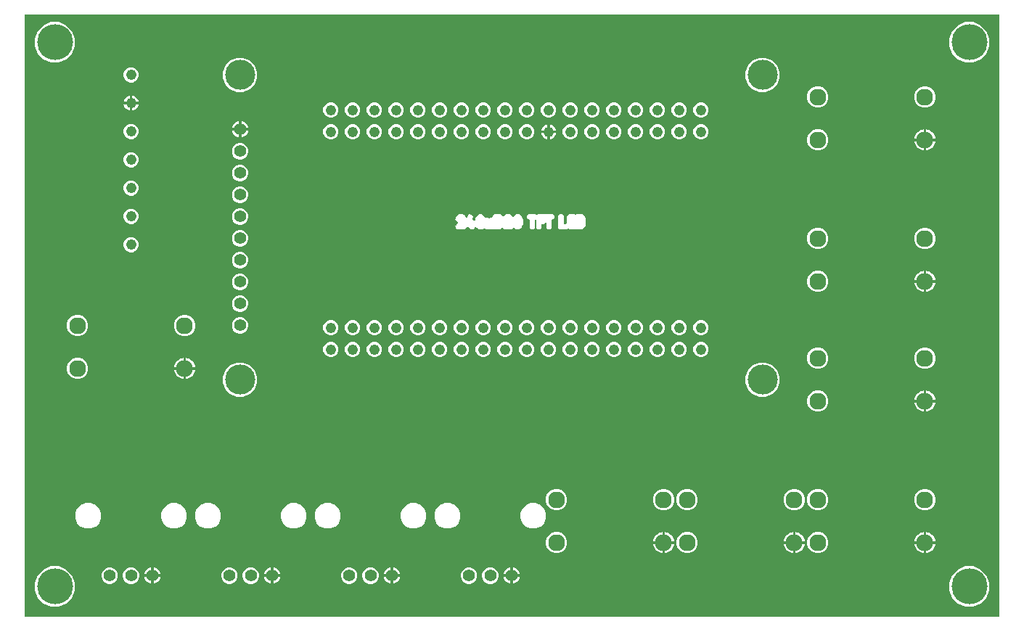
<source format=gbr>
G04 EAGLE Gerber RS-274X export*
G75*
%MOMM*%
%FSLAX34Y34*%
%LPD*%
%INCopper Layer 2*%
%IPPOS*%
%AMOC8*
5,1,8,0,0,1.08239X$1,22.5*%
G01*
%ADD10C,1.960000*%
%ADD11C,4.191000*%
%ADD12C,1.400000*%
%ADD13C,3.500000*%
%ADD14C,1.244600*%

G36*
X1355418Y-378456D02*
X1355418Y-378456D01*
X1355437Y-378458D01*
X1355539Y-378436D01*
X1355641Y-378420D01*
X1355658Y-378410D01*
X1355678Y-378406D01*
X1355767Y-378353D01*
X1355858Y-378304D01*
X1355872Y-378290D01*
X1355889Y-378280D01*
X1355956Y-378201D01*
X1356028Y-378126D01*
X1356036Y-378108D01*
X1356049Y-378093D01*
X1356088Y-377997D01*
X1356131Y-377903D01*
X1356133Y-377883D01*
X1356141Y-377865D01*
X1356159Y-377698D01*
X1356159Y323598D01*
X1356156Y323618D01*
X1356158Y323637D01*
X1356136Y323739D01*
X1356120Y323841D01*
X1356110Y323858D01*
X1356106Y323878D01*
X1356053Y323967D01*
X1356004Y324058D01*
X1355990Y324072D01*
X1355980Y324089D01*
X1355901Y324156D01*
X1355826Y324228D01*
X1355808Y324236D01*
X1355793Y324249D01*
X1355697Y324288D01*
X1355603Y324331D01*
X1355583Y324333D01*
X1355565Y324341D01*
X1355398Y324359D01*
X219202Y324359D01*
X219182Y324356D01*
X219163Y324358D01*
X219061Y324336D01*
X218959Y324320D01*
X218942Y324310D01*
X218922Y324306D01*
X218833Y324253D01*
X218742Y324204D01*
X218728Y324190D01*
X218711Y324180D01*
X218644Y324101D01*
X218572Y324026D01*
X218564Y324008D01*
X218551Y323993D01*
X218512Y323897D01*
X218469Y323803D01*
X218467Y323783D01*
X218459Y323765D01*
X218441Y323598D01*
X218441Y-377698D01*
X218444Y-377718D01*
X218442Y-377737D01*
X218464Y-377839D01*
X218480Y-377941D01*
X218490Y-377958D01*
X218494Y-377978D01*
X218547Y-378067D01*
X218596Y-378158D01*
X218610Y-378172D01*
X218620Y-378189D01*
X218699Y-378256D01*
X218774Y-378328D01*
X218792Y-378336D01*
X218807Y-378349D01*
X218903Y-378388D01*
X218997Y-378431D01*
X219017Y-378433D01*
X219035Y-378441D01*
X219202Y-378459D01*
X1355398Y-378459D01*
X1355418Y-378456D01*
G37*
%LPC*%
G36*
X1316126Y268604D02*
X1316126Y268604D01*
X1307491Y272181D01*
X1300881Y278791D01*
X1297304Y287426D01*
X1297304Y296774D01*
X1300881Y305409D01*
X1307491Y312019D01*
X1316126Y315596D01*
X1325474Y315596D01*
X1334109Y312019D01*
X1340719Y305409D01*
X1344296Y296774D01*
X1344296Y287426D01*
X1340719Y278791D01*
X1334109Y272181D01*
X1325474Y268604D01*
X1316126Y268604D01*
G37*
%LPD*%
%LPC*%
G36*
X249326Y268604D02*
X249326Y268604D01*
X240691Y272181D01*
X234081Y278791D01*
X230504Y287426D01*
X230504Y296774D01*
X234081Y305409D01*
X240691Y312019D01*
X249326Y315596D01*
X258674Y315596D01*
X267309Y312019D01*
X273919Y305409D01*
X277496Y296774D01*
X277496Y287426D01*
X273919Y278791D01*
X267309Y272181D01*
X258674Y268604D01*
X249326Y268604D01*
G37*
%LPD*%
%LPC*%
G36*
X249326Y-366396D02*
X249326Y-366396D01*
X240691Y-362819D01*
X234081Y-356209D01*
X230504Y-347574D01*
X230504Y-338226D01*
X234081Y-329591D01*
X240691Y-322981D01*
X249326Y-319404D01*
X258674Y-319404D01*
X267309Y-322981D01*
X273919Y-329591D01*
X277496Y-338226D01*
X277496Y-347574D01*
X273919Y-356209D01*
X267309Y-362819D01*
X258674Y-366396D01*
X249326Y-366396D01*
G37*
%LPD*%
%LPC*%
G36*
X1316126Y-366396D02*
X1316126Y-366396D01*
X1307491Y-362819D01*
X1300881Y-356209D01*
X1297304Y-347574D01*
X1297304Y-338226D01*
X1300881Y-329591D01*
X1307491Y-322981D01*
X1316126Y-319404D01*
X1325474Y-319404D01*
X1334109Y-322981D01*
X1340719Y-329591D01*
X1344296Y-338226D01*
X1344296Y-347574D01*
X1340719Y-356209D01*
X1334109Y-362819D01*
X1325474Y-366396D01*
X1316126Y-366396D01*
G37*
%LPD*%
%LPC*%
G36*
X1075514Y233959D02*
X1075514Y233959D01*
X1068148Y237010D01*
X1062510Y242648D01*
X1059459Y250014D01*
X1059459Y257986D01*
X1062510Y265352D01*
X1068148Y270990D01*
X1075514Y274041D01*
X1083486Y274041D01*
X1090852Y270990D01*
X1096490Y265352D01*
X1099541Y257986D01*
X1099541Y250014D01*
X1096490Y242648D01*
X1090852Y237010D01*
X1083486Y233959D01*
X1075514Y233959D01*
G37*
%LPD*%
%LPC*%
G36*
X465914Y233959D02*
X465914Y233959D01*
X458548Y237010D01*
X452910Y242648D01*
X449859Y250014D01*
X449859Y257986D01*
X452910Y265352D01*
X458548Y270990D01*
X465914Y274041D01*
X473886Y274041D01*
X481252Y270990D01*
X486890Y265352D01*
X489941Y257986D01*
X489941Y250014D01*
X486890Y242648D01*
X481252Y237010D01*
X473886Y233959D01*
X465914Y233959D01*
G37*
%LPD*%
%LPC*%
G36*
X1075514Y-121641D02*
X1075514Y-121641D01*
X1068148Y-118590D01*
X1062510Y-112952D01*
X1059459Y-105586D01*
X1059459Y-97614D01*
X1062510Y-90248D01*
X1068148Y-84610D01*
X1075514Y-81559D01*
X1083486Y-81559D01*
X1090852Y-84610D01*
X1096490Y-90248D01*
X1099541Y-97614D01*
X1099541Y-105586D01*
X1096490Y-112952D01*
X1090852Y-118590D01*
X1083486Y-121641D01*
X1075514Y-121641D01*
G37*
%LPD*%
%LPC*%
G36*
X465914Y-121641D02*
X465914Y-121641D01*
X458548Y-118590D01*
X452910Y-112952D01*
X449859Y-105586D01*
X449859Y-97614D01*
X452910Y-90248D01*
X458548Y-84610D01*
X465914Y-81559D01*
X473886Y-81559D01*
X481252Y-84610D01*
X486890Y-90248D01*
X489941Y-97614D01*
X489941Y-105586D01*
X486890Y-112952D01*
X481252Y-118590D01*
X473886Y-121641D01*
X465914Y-121641D01*
G37*
%LPD*%
%LPC*%
G36*
X761561Y73966D02*
X761561Y73966D01*
X761434Y74156D01*
X761406Y74186D01*
X761389Y74214D01*
X761386Y74218D01*
X761378Y74230D01*
X761319Y74280D01*
X761266Y74336D01*
X761225Y74359D01*
X761189Y74389D01*
X761118Y74417D01*
X761050Y74453D01*
X761004Y74461D01*
X760960Y74478D01*
X760883Y74482D01*
X760807Y74495D01*
X760761Y74488D01*
X760715Y74491D01*
X760640Y74470D01*
X760564Y74458D01*
X760523Y74436D01*
X760478Y74424D01*
X760414Y74380D01*
X760346Y74345D01*
X760313Y74311D01*
X760275Y74285D01*
X760189Y74183D01*
X760175Y74168D01*
X760172Y74163D01*
X760167Y74156D01*
X760040Y73966D01*
X757564Y73471D01*
X755395Y74917D01*
X755382Y74932D01*
X755354Y74982D01*
X755305Y75027D01*
X755263Y75078D01*
X755214Y75109D01*
X755172Y75148D01*
X755111Y75174D01*
X755055Y75210D01*
X754999Y75223D01*
X754947Y75246D01*
X754880Y75252D01*
X754816Y75267D01*
X754759Y75262D01*
X754702Y75267D01*
X754637Y75252D01*
X754571Y75246D01*
X754518Y75223D01*
X754462Y75210D01*
X754374Y75160D01*
X754345Y75148D01*
X754335Y75139D01*
X754316Y75128D01*
X752260Y73659D01*
X748767Y73659D01*
X745924Y75690D01*
X745580Y76694D01*
X745547Y76755D01*
X745523Y76820D01*
X745489Y76863D01*
X745464Y76911D01*
X745413Y76958D01*
X745369Y77012D01*
X745324Y77042D01*
X745284Y77079D01*
X745221Y77108D01*
X745162Y77145D01*
X745110Y77159D01*
X745061Y77181D01*
X744991Y77189D01*
X744924Y77206D01*
X744870Y77201D01*
X744816Y77207D01*
X744748Y77192D01*
X744679Y77186D01*
X744629Y77165D01*
X744576Y77153D01*
X744516Y77117D01*
X744452Y77090D01*
X744393Y77043D01*
X744365Y77026D01*
X744351Y77009D01*
X744321Y76985D01*
X743653Y76317D01*
X743600Y76243D01*
X743541Y76174D01*
X743529Y76144D01*
X743510Y76117D01*
X743483Y76030D01*
X743449Y75946D01*
X743444Y75905D01*
X743438Y75882D01*
X743438Y75850D01*
X743430Y75779D01*
X743430Y75445D01*
X741645Y73659D01*
X739119Y73659D01*
X737317Y75461D01*
X737312Y75530D01*
X737299Y75562D01*
X737293Y75596D01*
X737252Y75675D01*
X737217Y75757D01*
X737194Y75783D01*
X737178Y75814D01*
X737114Y75875D01*
X737055Y75942D01*
X737025Y75959D01*
X737000Y75983D01*
X736919Y76021D01*
X736842Y76065D01*
X736808Y76072D01*
X736777Y76087D01*
X736688Y76097D01*
X736601Y76114D01*
X736567Y76110D01*
X736532Y76114D01*
X736445Y76095D01*
X736357Y76084D01*
X736316Y76067D01*
X736292Y76062D01*
X736265Y76045D01*
X736217Y76025D01*
X735513Y76226D01*
X735492Y76229D01*
X735471Y76237D01*
X735304Y76256D01*
X734709Y76256D01*
X734689Y76252D01*
X734670Y76255D01*
X734568Y76233D01*
X734466Y76216D01*
X734449Y76207D01*
X734429Y76202D01*
X734340Y76149D01*
X734249Y76101D01*
X734235Y76086D01*
X734218Y76076D01*
X734151Y75998D01*
X734080Y75923D01*
X734071Y75904D01*
X734058Y75889D01*
X734019Y75793D01*
X733976Y75699D01*
X733974Y75680D01*
X733966Y75661D01*
X733948Y75494D01*
X733948Y75445D01*
X732162Y73659D01*
X724562Y73659D01*
X724540Y73656D01*
X724501Y73657D01*
X723363Y73565D01*
X723344Y73572D01*
X723290Y73605D01*
X723231Y73618D01*
X723174Y73641D01*
X723162Y73642D01*
X722361Y74443D01*
X722343Y74456D01*
X722316Y74485D01*
X721447Y75224D01*
X721438Y75243D01*
X721423Y75304D01*
X721391Y75356D01*
X721367Y75412D01*
X721359Y75421D01*
X721359Y76554D01*
X721356Y76576D01*
X721357Y76615D01*
X721265Y77753D01*
X721272Y77772D01*
X721305Y77826D01*
X721318Y77885D01*
X721341Y77942D01*
X721342Y77954D01*
X722143Y78755D01*
X722157Y78773D01*
X722185Y78800D01*
X724455Y81470D01*
X724478Y81509D01*
X724509Y81543D01*
X724541Y81614D01*
X724582Y81681D01*
X724592Y81725D01*
X724610Y81767D01*
X724618Y81845D01*
X724635Y81921D01*
X724630Y81966D01*
X724634Y82012D01*
X724617Y82088D01*
X724609Y82166D01*
X724590Y82207D01*
X724580Y82251D01*
X724538Y82318D01*
X724506Y82389D01*
X724475Y82422D01*
X724451Y82461D01*
X724391Y82511D01*
X724337Y82568D01*
X724297Y82590D01*
X724262Y82619D01*
X724136Y82676D01*
X724120Y82684D01*
X724116Y82685D01*
X724109Y82688D01*
X722267Y83284D01*
X721118Y85533D01*
X721508Y86735D01*
X722189Y88839D01*
X725766Y91441D01*
X729578Y91441D01*
X732348Y89841D01*
X733678Y87539D01*
X733719Y87488D01*
X733752Y87432D01*
X733797Y87393D01*
X733833Y87348D01*
X733889Y87313D01*
X733938Y87271D01*
X733992Y87249D01*
X734042Y87217D01*
X734105Y87202D01*
X734166Y87177D01*
X734224Y87174D01*
X734281Y87160D01*
X734346Y87166D01*
X734411Y87162D01*
X734468Y87177D01*
X734526Y87182D01*
X734586Y87208D01*
X734649Y87225D01*
X734698Y87257D01*
X734751Y87281D01*
X734800Y87325D01*
X734854Y87361D01*
X734890Y87407D01*
X734933Y87446D01*
X734965Y87503D01*
X735005Y87555D01*
X735037Y87632D01*
X735053Y87661D01*
X735056Y87680D01*
X735069Y87710D01*
X735850Y90444D01*
X738058Y91670D01*
X740486Y90977D01*
X741713Y88769D01*
X740899Y85920D01*
X740899Y85918D01*
X740898Y85916D01*
X740885Y85797D01*
X740870Y85676D01*
X740871Y85674D01*
X740871Y85671D01*
X740896Y85554D01*
X740921Y85435D01*
X740922Y85433D01*
X740923Y85431D01*
X740986Y85325D01*
X741046Y85223D01*
X741048Y85222D01*
X741049Y85220D01*
X741142Y85140D01*
X741232Y85062D01*
X741234Y85061D01*
X741236Y85060D01*
X741351Y85014D01*
X741460Y84969D01*
X741462Y84969D01*
X741464Y84968D01*
X741631Y84950D01*
X741645Y84950D01*
X742920Y83674D01*
X742978Y83633D01*
X743030Y83583D01*
X743077Y83561D01*
X743119Y83531D01*
X743188Y83510D01*
X743253Y83480D01*
X743305Y83474D01*
X743354Y83459D01*
X743426Y83460D01*
X743497Y83453D01*
X743548Y83464D01*
X743600Y83465D01*
X743668Y83490D01*
X743738Y83505D01*
X743782Y83532D01*
X743831Y83549D01*
X743887Y83594D01*
X743949Y83631D01*
X743983Y83671D01*
X744023Y83703D01*
X744062Y83763D01*
X744109Y83818D01*
X744128Y83866D01*
X744156Y83910D01*
X744174Y83979D01*
X744201Y84046D01*
X744209Y84117D01*
X744216Y84149D01*
X744215Y84172D01*
X744219Y84213D01*
X744219Y85475D01*
X745398Y87893D01*
X745407Y87923D01*
X745434Y87980D01*
X745924Y89410D01*
X748767Y91441D01*
X752260Y91441D01*
X755103Y89410D01*
X755593Y87980D01*
X755608Y87953D01*
X755629Y87894D01*
X755721Y87705D01*
X755770Y87636D01*
X755811Y87563D01*
X755847Y87526D01*
X755863Y87504D01*
X755887Y87486D01*
X755930Y87444D01*
X756040Y87356D01*
X756062Y87343D01*
X756081Y87325D01*
X756169Y87283D01*
X756254Y87235D01*
X756280Y87231D01*
X756304Y87219D01*
X756400Y87208D01*
X756496Y87189D01*
X756522Y87193D01*
X756548Y87190D01*
X756643Y87210D01*
X756739Y87223D01*
X756763Y87235D01*
X756789Y87240D01*
X756938Y87317D01*
X757564Y87734D01*
X760040Y87239D01*
X760167Y87049D01*
X760199Y87015D01*
X760223Y86975D01*
X760282Y86925D01*
X760335Y86869D01*
X760376Y86847D01*
X760412Y86817D01*
X760483Y86789D01*
X760551Y86752D01*
X760597Y86744D01*
X760641Y86727D01*
X760718Y86723D01*
X760793Y86710D01*
X760840Y86717D01*
X760886Y86715D01*
X760960Y86736D01*
X761037Y86747D01*
X761078Y86769D01*
X761123Y86782D01*
X761187Y86825D01*
X761255Y86861D01*
X761287Y86894D01*
X761326Y86920D01*
X761412Y87023D01*
X761426Y87037D01*
X761428Y87042D01*
X761434Y87049D01*
X761561Y87239D01*
X764181Y87763D01*
X764245Y87787D01*
X764312Y87802D01*
X764359Y87830D01*
X764411Y87850D01*
X764464Y87893D01*
X764523Y87928D01*
X764559Y87970D01*
X764602Y88005D01*
X764638Y88063D01*
X764683Y88115D01*
X764704Y88166D01*
X764733Y88213D01*
X764749Y88280D01*
X764775Y88343D01*
X764783Y88421D01*
X764791Y88452D01*
X764789Y88474D01*
X764793Y88510D01*
X764793Y89655D01*
X766579Y91441D01*
X773571Y91441D01*
X776655Y89200D01*
X776676Y89189D01*
X776694Y89173D01*
X776785Y89134D01*
X776874Y89090D01*
X776898Y89086D01*
X776920Y89077D01*
X777019Y89069D01*
X777118Y89055D01*
X777142Y89059D01*
X777166Y89057D01*
X777262Y89082D01*
X777360Y89100D01*
X777381Y89111D01*
X777404Y89117D01*
X777550Y89200D01*
X780630Y91441D01*
X784442Y91441D01*
X787212Y89841D01*
X787815Y88798D01*
X787843Y88762D01*
X787865Y88722D01*
X787921Y88668D01*
X787970Y88607D01*
X788009Y88583D01*
X788042Y88551D01*
X788113Y88518D01*
X788179Y88477D01*
X788223Y88466D01*
X788265Y88446D01*
X788342Y88437D01*
X788418Y88419D01*
X788463Y88423D01*
X788509Y88418D01*
X788585Y88434D01*
X788663Y88441D01*
X788705Y88459D01*
X788749Y88469D01*
X788817Y88508D01*
X788888Y88540D01*
X788922Y88571D01*
X788961Y88594D01*
X789012Y88653D01*
X789070Y88705D01*
X789092Y88745D01*
X789122Y88780D01*
X789181Y88904D01*
X789190Y88920D01*
X789191Y88925D01*
X789194Y88931D01*
X789358Y89410D01*
X792201Y91441D01*
X795694Y91441D01*
X798537Y89410D01*
X799027Y87980D01*
X799041Y87953D01*
X799063Y87894D01*
X799155Y87705D01*
X799204Y87636D01*
X799245Y87563D01*
X799281Y87526D01*
X799297Y87504D01*
X799321Y87486D01*
X799364Y87444D01*
X799434Y87387D01*
X799457Y87187D01*
X799469Y87142D01*
X799473Y87095D01*
X799518Y86969D01*
X799523Y86950D01*
X799526Y86945D01*
X799529Y86937D01*
X800242Y85476D01*
X800242Y79625D01*
X799063Y77206D01*
X799054Y77176D01*
X799027Y77119D01*
X798537Y75690D01*
X795694Y73659D01*
X792201Y73659D01*
X789707Y75441D01*
X789635Y75476D01*
X789567Y75520D01*
X789525Y75530D01*
X789486Y75549D01*
X789406Y75560D01*
X789329Y75580D01*
X789285Y75576D01*
X789242Y75582D01*
X789163Y75567D01*
X789083Y75561D01*
X789043Y75544D01*
X789001Y75535D01*
X788931Y75496D01*
X788857Y75464D01*
X788812Y75429D01*
X788787Y75414D01*
X788768Y75393D01*
X788726Y75359D01*
X787026Y73659D01*
X779426Y73659D01*
X779404Y73656D01*
X779364Y73657D01*
X778227Y73565D01*
X778208Y73572D01*
X778154Y73605D01*
X778095Y73618D01*
X778038Y73641D01*
X778026Y73642D01*
X777225Y74443D01*
X777207Y74456D01*
X777180Y74485D01*
X776295Y75237D01*
X776249Y75265D01*
X776210Y75300D01*
X776145Y75328D01*
X776084Y75364D01*
X776032Y75376D01*
X775984Y75397D01*
X775913Y75402D01*
X775844Y75418D01*
X775791Y75412D01*
X775738Y75416D01*
X775670Y75399D01*
X775599Y75391D01*
X775551Y75369D01*
X775500Y75356D01*
X775401Y75300D01*
X775376Y75288D01*
X775368Y75281D01*
X775354Y75273D01*
X773133Y73659D01*
X766579Y73659D01*
X766117Y74122D01*
X766061Y74161D01*
X766012Y74209D01*
X765962Y74233D01*
X765917Y74265D01*
X765852Y74285D01*
X765790Y74315D01*
X765735Y74321D01*
X765682Y74338D01*
X765614Y74336D01*
X765546Y74344D01*
X765492Y74333D01*
X765436Y74331D01*
X765372Y74308D01*
X765305Y74294D01*
X765236Y74258D01*
X765205Y74247D01*
X765188Y74233D01*
X765156Y74217D01*
X764037Y73471D01*
X761561Y73966D01*
G37*
%LPD*%
%LPC*%
G36*
X709008Y-275241D02*
X709008Y-275241D01*
X703480Y-272951D01*
X699249Y-268720D01*
X696959Y-263192D01*
X696959Y-257208D01*
X699249Y-251680D01*
X703480Y-247449D01*
X709008Y-245159D01*
X714992Y-245159D01*
X720520Y-247449D01*
X724751Y-251680D01*
X727041Y-257208D01*
X727041Y-263192D01*
X724751Y-268720D01*
X720520Y-272951D01*
X714992Y-275241D01*
X709008Y-275241D01*
G37*
%LPD*%
%LPC*%
G36*
X289908Y-275241D02*
X289908Y-275241D01*
X284380Y-272951D01*
X280149Y-268720D01*
X277859Y-263192D01*
X277859Y-257208D01*
X280149Y-251680D01*
X284380Y-247449D01*
X289908Y-245159D01*
X295892Y-245159D01*
X301420Y-247449D01*
X305651Y-251680D01*
X307941Y-257208D01*
X307941Y-263192D01*
X305651Y-268720D01*
X301420Y-272951D01*
X295892Y-275241D01*
X289908Y-275241D01*
G37*
%LPD*%
%LPC*%
G36*
X389908Y-275241D02*
X389908Y-275241D01*
X384380Y-272951D01*
X380149Y-268720D01*
X377859Y-263192D01*
X377859Y-257208D01*
X380149Y-251680D01*
X384380Y-247449D01*
X389908Y-245159D01*
X395892Y-245159D01*
X401420Y-247449D01*
X405651Y-251680D01*
X407941Y-257208D01*
X407941Y-263192D01*
X405651Y-268720D01*
X401420Y-272951D01*
X395892Y-275241D01*
X389908Y-275241D01*
G37*
%LPD*%
%LPC*%
G36*
X809008Y-275241D02*
X809008Y-275241D01*
X803480Y-272951D01*
X799249Y-268720D01*
X796959Y-263192D01*
X796959Y-257208D01*
X799249Y-251680D01*
X803480Y-247449D01*
X809008Y-245159D01*
X814992Y-245159D01*
X820520Y-247449D01*
X824751Y-251680D01*
X827041Y-257208D01*
X827041Y-263192D01*
X824751Y-268720D01*
X820520Y-272951D01*
X814992Y-275241D01*
X809008Y-275241D01*
G37*
%LPD*%
%LPC*%
G36*
X569308Y-275241D02*
X569308Y-275241D01*
X563780Y-272951D01*
X559549Y-268720D01*
X557259Y-263192D01*
X557259Y-257208D01*
X559549Y-251680D01*
X563780Y-247449D01*
X569308Y-245159D01*
X575292Y-245159D01*
X580820Y-247449D01*
X585051Y-251680D01*
X587341Y-257208D01*
X587341Y-263192D01*
X585051Y-268720D01*
X580820Y-272951D01*
X575292Y-275241D01*
X569308Y-275241D01*
G37*
%LPD*%
%LPC*%
G36*
X669308Y-275241D02*
X669308Y-275241D01*
X663780Y-272951D01*
X659549Y-268720D01*
X657259Y-263192D01*
X657259Y-257208D01*
X659549Y-251680D01*
X663780Y-247449D01*
X669308Y-245159D01*
X675292Y-245159D01*
X680820Y-247449D01*
X685051Y-251680D01*
X687341Y-257208D01*
X687341Y-263192D01*
X685051Y-268720D01*
X680820Y-272951D01*
X675292Y-275241D01*
X669308Y-275241D01*
G37*
%LPD*%
%LPC*%
G36*
X429608Y-275241D02*
X429608Y-275241D01*
X424080Y-272951D01*
X419849Y-268720D01*
X417559Y-263192D01*
X417559Y-257208D01*
X419849Y-251680D01*
X424080Y-247449D01*
X429608Y-245159D01*
X435592Y-245159D01*
X441120Y-247449D01*
X445351Y-251680D01*
X447641Y-257208D01*
X447641Y-263192D01*
X445351Y-268720D01*
X441120Y-272951D01*
X435592Y-275241D01*
X429608Y-275241D01*
G37*
%LPD*%
%LPC*%
G36*
X529608Y-275241D02*
X529608Y-275241D01*
X524080Y-272951D01*
X519849Y-268720D01*
X517559Y-263192D01*
X517559Y-257208D01*
X519849Y-251680D01*
X524080Y-247449D01*
X529608Y-245159D01*
X535592Y-245159D01*
X541120Y-247449D01*
X545351Y-251680D01*
X547641Y-257208D01*
X547641Y-263192D01*
X545351Y-268720D01*
X541120Y-272951D01*
X535592Y-275241D01*
X529608Y-275241D01*
G37*
%LPD*%
%LPC*%
G36*
X867099Y73659D02*
X867099Y73659D01*
X862591Y73659D01*
X862019Y74231D01*
X862003Y74243D01*
X861990Y74258D01*
X861903Y74315D01*
X861819Y74375D01*
X861800Y74381D01*
X861783Y74391D01*
X861683Y74417D01*
X861584Y74447D01*
X861564Y74447D01*
X861545Y74452D01*
X861442Y74444D01*
X861338Y74441D01*
X861319Y74434D01*
X861300Y74432D01*
X861205Y74392D01*
X861107Y74356D01*
X861092Y74344D01*
X861073Y74336D01*
X860942Y74231D01*
X860370Y73659D01*
X854998Y73659D01*
X852907Y74867D01*
X852866Y74882D01*
X852829Y74906D01*
X852751Y74926D01*
X852677Y74954D01*
X852633Y74956D01*
X852590Y74966D01*
X852511Y74960D01*
X852431Y74963D01*
X852389Y74950D01*
X852345Y74947D01*
X852272Y74916D01*
X852195Y74893D01*
X852159Y74868D01*
X852119Y74851D01*
X852005Y74760D01*
X851994Y74752D01*
X851992Y74749D01*
X851988Y74746D01*
X850901Y73659D01*
X843182Y73659D01*
X841397Y75445D01*
X841397Y89655D01*
X843182Y91441D01*
X845708Y91441D01*
X847494Y89655D01*
X847494Y80518D01*
X847497Y80498D01*
X847495Y80479D01*
X847517Y80377D01*
X847534Y80275D01*
X847543Y80258D01*
X847547Y80238D01*
X847601Y80149D01*
X847649Y80058D01*
X847663Y80044D01*
X847674Y80027D01*
X847752Y79960D01*
X847827Y79888D01*
X847845Y79880D01*
X847860Y79867D01*
X847957Y79828D01*
X848050Y79785D01*
X848070Y79783D01*
X848089Y79775D01*
X848255Y79757D01*
X850105Y79757D01*
X850124Y79760D01*
X850144Y79758D01*
X850245Y79780D01*
X850347Y79796D01*
X850365Y79806D01*
X850384Y79810D01*
X850473Y79863D01*
X850565Y79912D01*
X850578Y79926D01*
X850596Y79936D01*
X850663Y80015D01*
X850734Y80090D01*
X850742Y80108D01*
X850755Y80123D01*
X850794Y80219D01*
X850838Y80313D01*
X850840Y80333D01*
X850847Y80351D01*
X850866Y80518D01*
X850866Y87308D01*
X852378Y89928D01*
X854998Y91441D01*
X856655Y91441D01*
X858089Y91441D01*
X860370Y91441D01*
X860942Y90869D01*
X860958Y90857D01*
X860971Y90842D01*
X861058Y90785D01*
X861142Y90725D01*
X861161Y90719D01*
X861178Y90709D01*
X861278Y90683D01*
X861377Y90653D01*
X861397Y90653D01*
X861416Y90648D01*
X861519Y90656D01*
X861623Y90659D01*
X861642Y90666D01*
X861662Y90668D01*
X861756Y90708D01*
X861854Y90744D01*
X861870Y90756D01*
X861888Y90764D01*
X862019Y90869D01*
X862591Y91441D01*
X868786Y91441D01*
X871707Y89754D01*
X873394Y86833D01*
X873394Y78267D01*
X871707Y75346D01*
X868786Y73659D01*
X867099Y73659D01*
G37*
%LPD*%
%LPC*%
G36*
X1141545Y165859D02*
X1141545Y165859D01*
X1137010Y167738D01*
X1133538Y171210D01*
X1131659Y175745D01*
X1131659Y180655D01*
X1133538Y185190D01*
X1137010Y188662D01*
X1141545Y190541D01*
X1146455Y190541D01*
X1150990Y188662D01*
X1154462Y185190D01*
X1156341Y180655D01*
X1156341Y175745D01*
X1154462Y171210D01*
X1150990Y167738D01*
X1146455Y165859D01*
X1141545Y165859D01*
G37*
%LPD*%
%LPC*%
G36*
X277945Y-100841D02*
X277945Y-100841D01*
X273410Y-98962D01*
X269938Y-95490D01*
X268059Y-90955D01*
X268059Y-86045D01*
X269938Y-81510D01*
X273410Y-78038D01*
X277945Y-76159D01*
X282855Y-76159D01*
X287390Y-78038D01*
X290862Y-81510D01*
X292741Y-86045D01*
X292741Y-90955D01*
X290862Y-95490D01*
X287390Y-98962D01*
X282855Y-100841D01*
X277945Y-100841D01*
G37*
%LPD*%
%LPC*%
G36*
X402945Y-50841D02*
X402945Y-50841D01*
X398410Y-48962D01*
X394938Y-45490D01*
X393059Y-40955D01*
X393059Y-36045D01*
X394938Y-31510D01*
X398410Y-28038D01*
X402945Y-26159D01*
X407855Y-26159D01*
X412390Y-28038D01*
X415862Y-31510D01*
X417741Y-36045D01*
X417741Y-40955D01*
X415862Y-45490D01*
X412390Y-48962D01*
X407855Y-50841D01*
X402945Y-50841D01*
G37*
%LPD*%
%LPC*%
G36*
X277945Y-50841D02*
X277945Y-50841D01*
X273410Y-48962D01*
X269938Y-45490D01*
X268059Y-40955D01*
X268059Y-36045D01*
X269938Y-31510D01*
X273410Y-28038D01*
X277945Y-26159D01*
X282855Y-26159D01*
X287390Y-28038D01*
X290862Y-31510D01*
X292741Y-36045D01*
X292741Y-40955D01*
X290862Y-45490D01*
X287390Y-48962D01*
X282855Y-50841D01*
X277945Y-50841D01*
G37*
%LPD*%
%LPC*%
G36*
X1141545Y-88941D02*
X1141545Y-88941D01*
X1137010Y-87062D01*
X1133538Y-83590D01*
X1131659Y-79055D01*
X1131659Y-74145D01*
X1133538Y-69610D01*
X1137010Y-66138D01*
X1141545Y-64259D01*
X1146455Y-64259D01*
X1150990Y-66138D01*
X1154462Y-69610D01*
X1156341Y-74145D01*
X1156341Y-79055D01*
X1154462Y-83590D01*
X1150990Y-87062D01*
X1146455Y-88941D01*
X1141545Y-88941D01*
G37*
%LPD*%
%LPC*%
G36*
X836745Y-254041D02*
X836745Y-254041D01*
X832210Y-252162D01*
X828738Y-248690D01*
X826859Y-244155D01*
X826859Y-239245D01*
X828738Y-234710D01*
X832210Y-231238D01*
X836745Y-229359D01*
X841655Y-229359D01*
X846190Y-231238D01*
X849662Y-234710D01*
X851541Y-239245D01*
X851541Y-244155D01*
X849662Y-248690D01*
X846190Y-252162D01*
X841655Y-254041D01*
X836745Y-254041D01*
G37*
%LPD*%
%LPC*%
G36*
X961745Y-254041D02*
X961745Y-254041D01*
X957210Y-252162D01*
X953738Y-248690D01*
X951859Y-244155D01*
X951859Y-239245D01*
X953738Y-234710D01*
X957210Y-231238D01*
X961745Y-229359D01*
X966655Y-229359D01*
X971190Y-231238D01*
X974662Y-234710D01*
X976541Y-239245D01*
X976541Y-244155D01*
X974662Y-248690D01*
X971190Y-252162D01*
X966655Y-254041D01*
X961745Y-254041D01*
G37*
%LPD*%
%LPC*%
G36*
X989145Y-254041D02*
X989145Y-254041D01*
X984610Y-252162D01*
X981138Y-248690D01*
X979259Y-244155D01*
X979259Y-239245D01*
X981138Y-234710D01*
X984610Y-231238D01*
X989145Y-229359D01*
X994055Y-229359D01*
X998590Y-231238D01*
X1002062Y-234710D01*
X1003941Y-239245D01*
X1003941Y-244155D01*
X1002062Y-248690D01*
X998590Y-252162D01*
X994055Y-254041D01*
X989145Y-254041D01*
G37*
%LPD*%
%LPC*%
G36*
X1266545Y50759D02*
X1266545Y50759D01*
X1262010Y52638D01*
X1258538Y56110D01*
X1256659Y60645D01*
X1256659Y65555D01*
X1258538Y70090D01*
X1262010Y73562D01*
X1266545Y75441D01*
X1271455Y75441D01*
X1275990Y73562D01*
X1279462Y70090D01*
X1281341Y65555D01*
X1281341Y60645D01*
X1279462Y56110D01*
X1275990Y52638D01*
X1271455Y50759D01*
X1266545Y50759D01*
G37*
%LPD*%
%LPC*%
G36*
X836745Y-304041D02*
X836745Y-304041D01*
X832210Y-302162D01*
X828738Y-298690D01*
X826859Y-294155D01*
X826859Y-289245D01*
X828738Y-284710D01*
X832210Y-281238D01*
X836745Y-279359D01*
X841655Y-279359D01*
X846190Y-281238D01*
X849662Y-284710D01*
X851541Y-289245D01*
X851541Y-294155D01*
X849662Y-298690D01*
X846190Y-302162D01*
X841655Y-304041D01*
X836745Y-304041D01*
G37*
%LPD*%
%LPC*%
G36*
X989145Y-304041D02*
X989145Y-304041D01*
X984610Y-302162D01*
X981138Y-298690D01*
X979259Y-294155D01*
X979259Y-289245D01*
X981138Y-284710D01*
X984610Y-281238D01*
X989145Y-279359D01*
X994055Y-279359D01*
X998590Y-281238D01*
X1002062Y-284710D01*
X1003941Y-289245D01*
X1003941Y-294155D01*
X1002062Y-298690D01*
X998590Y-302162D01*
X994055Y-304041D01*
X989145Y-304041D01*
G37*
%LPD*%
%LPC*%
G36*
X1114145Y-254041D02*
X1114145Y-254041D01*
X1109610Y-252162D01*
X1106138Y-248690D01*
X1104259Y-244155D01*
X1104259Y-239245D01*
X1106138Y-234710D01*
X1109610Y-231238D01*
X1114145Y-229359D01*
X1119055Y-229359D01*
X1123590Y-231238D01*
X1127062Y-234710D01*
X1128941Y-239245D01*
X1128941Y-244155D01*
X1127062Y-248690D01*
X1123590Y-252162D01*
X1119055Y-254041D01*
X1114145Y-254041D01*
G37*
%LPD*%
%LPC*%
G36*
X1141545Y-304041D02*
X1141545Y-304041D01*
X1137010Y-302162D01*
X1133538Y-298690D01*
X1131659Y-294155D01*
X1131659Y-289245D01*
X1133538Y-284710D01*
X1137010Y-281238D01*
X1141545Y-279359D01*
X1146455Y-279359D01*
X1150990Y-281238D01*
X1154462Y-284710D01*
X1156341Y-289245D01*
X1156341Y-294155D01*
X1154462Y-298690D01*
X1150990Y-302162D01*
X1146455Y-304041D01*
X1141545Y-304041D01*
G37*
%LPD*%
%LPC*%
G36*
X1141545Y-254041D02*
X1141545Y-254041D01*
X1137010Y-252162D01*
X1133538Y-248690D01*
X1131659Y-244155D01*
X1131659Y-239245D01*
X1133538Y-234710D01*
X1137010Y-231238D01*
X1141545Y-229359D01*
X1146455Y-229359D01*
X1150990Y-231238D01*
X1154462Y-234710D01*
X1156341Y-239245D01*
X1156341Y-244155D01*
X1154462Y-248690D01*
X1150990Y-252162D01*
X1146455Y-254041D01*
X1141545Y-254041D01*
G37*
%LPD*%
%LPC*%
G36*
X1266545Y215859D02*
X1266545Y215859D01*
X1262010Y217738D01*
X1258538Y221210D01*
X1256659Y225745D01*
X1256659Y230655D01*
X1258538Y235190D01*
X1262010Y238662D01*
X1266545Y240541D01*
X1271455Y240541D01*
X1275990Y238662D01*
X1279462Y235190D01*
X1281341Y230655D01*
X1281341Y225745D01*
X1279462Y221210D01*
X1275990Y217738D01*
X1271455Y215859D01*
X1266545Y215859D01*
G37*
%LPD*%
%LPC*%
G36*
X1266545Y-254041D02*
X1266545Y-254041D01*
X1262010Y-252162D01*
X1258538Y-248690D01*
X1256659Y-244155D01*
X1256659Y-239245D01*
X1258538Y-234710D01*
X1262010Y-231238D01*
X1266545Y-229359D01*
X1271455Y-229359D01*
X1275990Y-231238D01*
X1279462Y-234710D01*
X1281341Y-239245D01*
X1281341Y-244155D01*
X1279462Y-248690D01*
X1275990Y-252162D01*
X1271455Y-254041D01*
X1266545Y-254041D01*
G37*
%LPD*%
%LPC*%
G36*
X1141545Y-138941D02*
X1141545Y-138941D01*
X1137010Y-137062D01*
X1133538Y-133590D01*
X1131659Y-129055D01*
X1131659Y-124145D01*
X1133538Y-119610D01*
X1137010Y-116138D01*
X1141545Y-114259D01*
X1146455Y-114259D01*
X1150990Y-116138D01*
X1154462Y-119610D01*
X1156341Y-124145D01*
X1156341Y-129055D01*
X1154462Y-133590D01*
X1150990Y-137062D01*
X1146455Y-138941D01*
X1141545Y-138941D01*
G37*
%LPD*%
%LPC*%
G36*
X1141545Y215859D02*
X1141545Y215859D01*
X1137010Y217738D01*
X1133538Y221210D01*
X1131659Y225745D01*
X1131659Y230655D01*
X1133538Y235190D01*
X1137010Y238662D01*
X1141545Y240541D01*
X1146455Y240541D01*
X1150990Y238662D01*
X1154462Y235190D01*
X1156341Y230655D01*
X1156341Y225745D01*
X1154462Y221210D01*
X1150990Y217738D01*
X1146455Y215859D01*
X1141545Y215859D01*
G37*
%LPD*%
%LPC*%
G36*
X1141545Y50759D02*
X1141545Y50759D01*
X1137010Y52638D01*
X1133538Y56110D01*
X1131659Y60645D01*
X1131659Y65555D01*
X1133538Y70090D01*
X1137010Y73562D01*
X1141545Y75441D01*
X1146455Y75441D01*
X1150990Y73562D01*
X1154462Y70090D01*
X1156341Y65555D01*
X1156341Y60645D01*
X1154462Y56110D01*
X1150990Y52638D01*
X1146455Y50759D01*
X1141545Y50759D01*
G37*
%LPD*%
%LPC*%
G36*
X1266545Y-88941D02*
X1266545Y-88941D01*
X1262010Y-87062D01*
X1258538Y-83590D01*
X1256659Y-79055D01*
X1256659Y-74145D01*
X1258538Y-69610D01*
X1262010Y-66138D01*
X1266545Y-64259D01*
X1271455Y-64259D01*
X1275990Y-66138D01*
X1279462Y-69610D01*
X1281341Y-74145D01*
X1281341Y-79055D01*
X1279462Y-83590D01*
X1275990Y-87062D01*
X1271455Y-88941D01*
X1266545Y-88941D01*
G37*
%LPD*%
%LPC*%
G36*
X1141545Y759D02*
X1141545Y759D01*
X1137010Y2638D01*
X1133538Y6110D01*
X1131659Y10645D01*
X1131659Y15555D01*
X1133538Y20090D01*
X1137010Y23562D01*
X1141545Y25441D01*
X1146455Y25441D01*
X1150990Y23562D01*
X1154462Y20090D01*
X1156341Y15555D01*
X1156341Y10645D01*
X1154462Y6110D01*
X1150990Y2638D01*
X1146455Y759D01*
X1141545Y759D01*
G37*
%LPD*%
%LPC*%
G36*
X809448Y73659D02*
X809448Y73659D01*
X807663Y75445D01*
X807663Y84582D01*
X807659Y84602D01*
X807662Y84621D01*
X807640Y84723D01*
X807623Y84825D01*
X807614Y84842D01*
X807609Y84862D01*
X807556Y84951D01*
X807508Y85042D01*
X807493Y85056D01*
X807483Y85073D01*
X807404Y85140D01*
X807329Y85212D01*
X807311Y85220D01*
X807296Y85233D01*
X807200Y85272D01*
X807106Y85315D01*
X807087Y85317D01*
X807068Y85325D01*
X806901Y85343D01*
X806203Y85343D01*
X804417Y87129D01*
X804417Y89655D01*
X806203Y91441D01*
X815220Y91441D01*
X815709Y90952D01*
X815725Y90940D01*
X815737Y90924D01*
X815825Y90868D01*
X815909Y90808D01*
X815928Y90802D01*
X815944Y90791D01*
X816045Y90766D01*
X816144Y90736D01*
X816164Y90736D01*
X816183Y90731D01*
X816286Y90739D01*
X816390Y90742D01*
X816408Y90749D01*
X816428Y90750D01*
X816523Y90791D01*
X816621Y90827D01*
X816636Y90839D01*
X816654Y90847D01*
X816785Y90952D01*
X817275Y91441D01*
X824995Y91441D01*
X825081Y91385D01*
X825165Y91325D01*
X825185Y91319D01*
X825201Y91308D01*
X825301Y91283D01*
X825400Y91252D01*
X825421Y91253D01*
X825440Y91248D01*
X825543Y91256D01*
X825646Y91259D01*
X825665Y91265D01*
X825685Y91267D01*
X825780Y91308D01*
X825877Y91343D01*
X825893Y91355D01*
X825911Y91363D01*
X826008Y91441D01*
X835032Y91441D01*
X836818Y89655D01*
X836818Y87129D01*
X835032Y85343D01*
X834333Y85343D01*
X834314Y85340D01*
X834294Y85342D01*
X834193Y85320D01*
X834091Y85304D01*
X834073Y85294D01*
X834053Y85290D01*
X833964Y85237D01*
X833873Y85188D01*
X833859Y85174D01*
X833842Y85164D01*
X833775Y85085D01*
X833704Y85010D01*
X833695Y84992D01*
X833682Y84977D01*
X833644Y84881D01*
X833600Y84787D01*
X833598Y84767D01*
X833591Y84749D01*
X833572Y84582D01*
X833572Y75445D01*
X831786Y73659D01*
X829260Y73659D01*
X827475Y75445D01*
X827475Y80794D01*
X827463Y80865D01*
X827461Y80936D01*
X827443Y80985D01*
X827435Y81037D01*
X827401Y81100D01*
X827377Y81167D01*
X827344Y81208D01*
X827320Y81254D01*
X827268Y81304D01*
X827223Y81360D01*
X827179Y81388D01*
X827141Y81424D01*
X827076Y81454D01*
X827016Y81493D01*
X826966Y81505D01*
X826918Y81527D01*
X826847Y81535D01*
X826778Y81553D01*
X826726Y81549D01*
X826674Y81554D01*
X826604Y81539D01*
X826532Y81533D01*
X826484Y81513D01*
X826434Y81502D01*
X826372Y81465D01*
X826306Y81437D01*
X826250Y81392D01*
X826222Y81376D01*
X826207Y81358D01*
X826175Y81332D01*
X824993Y80150D01*
X822347Y80150D01*
X822328Y80147D01*
X822308Y80149D01*
X822207Y80127D01*
X822105Y80111D01*
X822087Y80101D01*
X822068Y80097D01*
X821979Y80044D01*
X821887Y79996D01*
X821874Y79981D01*
X821856Y79971D01*
X821789Y79892D01*
X821718Y79817D01*
X821709Y79799D01*
X821697Y79784D01*
X821658Y79688D01*
X821614Y79594D01*
X821612Y79574D01*
X821605Y79556D01*
X821586Y79389D01*
X821586Y75445D01*
X819800Y73659D01*
X817275Y73659D01*
X815489Y75445D01*
X815489Y84582D01*
X815485Y84602D01*
X815488Y84621D01*
X815466Y84723D01*
X815449Y84825D01*
X815440Y84842D01*
X815435Y84862D01*
X815382Y84951D01*
X815334Y85042D01*
X815319Y85056D01*
X815309Y85073D01*
X815230Y85140D01*
X815155Y85212D01*
X815137Y85220D01*
X815122Y85233D01*
X815026Y85272D01*
X814932Y85315D01*
X814913Y85317D01*
X814894Y85325D01*
X814727Y85343D01*
X814521Y85343D01*
X814502Y85340D01*
X814482Y85342D01*
X814381Y85320D01*
X814279Y85304D01*
X814261Y85294D01*
X814242Y85290D01*
X814152Y85237D01*
X814061Y85188D01*
X814048Y85174D01*
X814030Y85164D01*
X813963Y85085D01*
X813892Y85010D01*
X813883Y84992D01*
X813870Y84977D01*
X813832Y84881D01*
X813788Y84787D01*
X813786Y84767D01*
X813779Y84749D01*
X813760Y84582D01*
X813760Y75445D01*
X811974Y73659D01*
X809448Y73659D01*
G37*
%LPD*%
%LPC*%
G36*
X455702Y-339741D02*
X455702Y-339741D01*
X452196Y-338288D01*
X449512Y-335604D01*
X448059Y-332098D01*
X448059Y-328302D01*
X449512Y-324796D01*
X452196Y-322112D01*
X455702Y-320659D01*
X459498Y-320659D01*
X463004Y-322112D01*
X465688Y-324796D01*
X467141Y-328302D01*
X467141Y-332098D01*
X465688Y-335604D01*
X463004Y-338288D01*
X459498Y-339741D01*
X455702Y-339741D01*
G37*
%LPD*%
%LPC*%
G36*
X468202Y53959D02*
X468202Y53959D01*
X464696Y55412D01*
X462012Y58096D01*
X460559Y61602D01*
X460559Y65398D01*
X462012Y68904D01*
X464696Y71588D01*
X468202Y73041D01*
X471998Y73041D01*
X475504Y71588D01*
X478188Y68904D01*
X479641Y65398D01*
X479641Y61602D01*
X478188Y58096D01*
X475504Y55412D01*
X471998Y53959D01*
X468202Y53959D01*
G37*
%LPD*%
%LPC*%
G36*
X341002Y-339741D02*
X341002Y-339741D01*
X337496Y-338288D01*
X334812Y-335604D01*
X333359Y-332098D01*
X333359Y-328302D01*
X334812Y-324796D01*
X337496Y-322112D01*
X341002Y-320659D01*
X344798Y-320659D01*
X348304Y-322112D01*
X350988Y-324796D01*
X352441Y-328302D01*
X352441Y-332098D01*
X350988Y-335604D01*
X348304Y-338288D01*
X344798Y-339741D01*
X341002Y-339741D01*
G37*
%LPD*%
%LPC*%
G36*
X316002Y-339741D02*
X316002Y-339741D01*
X312496Y-338288D01*
X309812Y-335604D01*
X308359Y-332098D01*
X308359Y-328302D01*
X309812Y-324796D01*
X312496Y-322112D01*
X316002Y-320659D01*
X319798Y-320659D01*
X323304Y-322112D01*
X325988Y-324796D01*
X327441Y-328302D01*
X327441Y-332098D01*
X325988Y-335604D01*
X323304Y-338288D01*
X319798Y-339741D01*
X316002Y-339741D01*
G37*
%LPD*%
%LPC*%
G36*
X468202Y155559D02*
X468202Y155559D01*
X464696Y157012D01*
X462012Y159696D01*
X460559Y163202D01*
X460559Y166998D01*
X462012Y170504D01*
X464696Y173188D01*
X468202Y174641D01*
X471998Y174641D01*
X475504Y173188D01*
X478188Y170504D01*
X479641Y166998D01*
X479641Y163202D01*
X478188Y159696D01*
X475504Y157012D01*
X471998Y155559D01*
X468202Y155559D01*
G37*
%LPD*%
%LPC*%
G36*
X468202Y130159D02*
X468202Y130159D01*
X464696Y131612D01*
X462012Y134296D01*
X460559Y137802D01*
X460559Y141598D01*
X462012Y145104D01*
X464696Y147788D01*
X468202Y149241D01*
X471998Y149241D01*
X475504Y147788D01*
X478188Y145104D01*
X479641Y141598D01*
X479641Y137802D01*
X478188Y134296D01*
X475504Y131612D01*
X471998Y130159D01*
X468202Y130159D01*
G37*
%LPD*%
%LPC*%
G36*
X468202Y104759D02*
X468202Y104759D01*
X464696Y106212D01*
X462012Y108896D01*
X460559Y112402D01*
X460559Y116198D01*
X462012Y119704D01*
X464696Y122388D01*
X468202Y123841D01*
X471998Y123841D01*
X475504Y122388D01*
X478188Y119704D01*
X479641Y116198D01*
X479641Y112402D01*
X478188Y108896D01*
X475504Y106212D01*
X471998Y104759D01*
X468202Y104759D01*
G37*
%LPD*%
%LPC*%
G36*
X468202Y79359D02*
X468202Y79359D01*
X464696Y80812D01*
X462012Y83496D01*
X460559Y87002D01*
X460559Y90798D01*
X462012Y94304D01*
X464696Y96988D01*
X468202Y98441D01*
X471998Y98441D01*
X475504Y96988D01*
X478188Y94304D01*
X479641Y90798D01*
X479641Y87002D01*
X478188Y83496D01*
X475504Y80812D01*
X471998Y79359D01*
X468202Y79359D01*
G37*
%LPD*%
%LPC*%
G36*
X468202Y28559D02*
X468202Y28559D01*
X464696Y30012D01*
X462012Y32696D01*
X460559Y36202D01*
X460559Y39998D01*
X462012Y43504D01*
X464696Y46188D01*
X468202Y47641D01*
X471998Y47641D01*
X475504Y46188D01*
X478188Y43504D01*
X479641Y39998D01*
X479641Y36202D01*
X478188Y32696D01*
X475504Y30012D01*
X471998Y28559D01*
X468202Y28559D01*
G37*
%LPD*%
%LPC*%
G36*
X468202Y3159D02*
X468202Y3159D01*
X464696Y4612D01*
X462012Y7296D01*
X460559Y10802D01*
X460559Y14598D01*
X462012Y18104D01*
X464696Y20788D01*
X468202Y22241D01*
X471998Y22241D01*
X475504Y20788D01*
X478188Y18104D01*
X479641Y14598D01*
X479641Y10802D01*
X478188Y7296D01*
X475504Y4612D01*
X471998Y3159D01*
X468202Y3159D01*
G37*
%LPD*%
%LPC*%
G36*
X468202Y-22241D02*
X468202Y-22241D01*
X464696Y-20788D01*
X462012Y-18104D01*
X460559Y-14598D01*
X460559Y-10802D01*
X462012Y-7296D01*
X464696Y-4612D01*
X468202Y-3159D01*
X471998Y-3159D01*
X475504Y-4612D01*
X478188Y-7296D01*
X479641Y-10802D01*
X479641Y-14598D01*
X478188Y-18104D01*
X475504Y-20788D01*
X471998Y-22241D01*
X468202Y-22241D01*
G37*
%LPD*%
%LPC*%
G36*
X468202Y-47641D02*
X468202Y-47641D01*
X464696Y-46188D01*
X462012Y-43504D01*
X460559Y-39998D01*
X460559Y-36202D01*
X462012Y-32696D01*
X464696Y-30012D01*
X468202Y-28559D01*
X471998Y-28559D01*
X475504Y-30012D01*
X478188Y-32696D01*
X479641Y-36202D01*
X479641Y-39998D01*
X478188Y-43504D01*
X475504Y-46188D01*
X471998Y-47641D01*
X468202Y-47641D01*
G37*
%LPD*%
%LPC*%
G36*
X620402Y-339741D02*
X620402Y-339741D01*
X616896Y-338288D01*
X614212Y-335604D01*
X612759Y-332098D01*
X612759Y-328302D01*
X614212Y-324796D01*
X616896Y-322112D01*
X620402Y-320659D01*
X624198Y-320659D01*
X627704Y-322112D01*
X630388Y-324796D01*
X631841Y-328302D01*
X631841Y-332098D01*
X630388Y-335604D01*
X627704Y-338288D01*
X624198Y-339741D01*
X620402Y-339741D01*
G37*
%LPD*%
%LPC*%
G36*
X760102Y-339741D02*
X760102Y-339741D01*
X756596Y-338288D01*
X753912Y-335604D01*
X752459Y-332098D01*
X752459Y-328302D01*
X753912Y-324796D01*
X756596Y-322112D01*
X760102Y-320659D01*
X763898Y-320659D01*
X767404Y-322112D01*
X770088Y-324796D01*
X771541Y-328302D01*
X771541Y-332098D01*
X770088Y-335604D01*
X767404Y-338288D01*
X763898Y-339741D01*
X760102Y-339741D01*
G37*
%LPD*%
%LPC*%
G36*
X735102Y-339741D02*
X735102Y-339741D01*
X731596Y-338288D01*
X728912Y-335604D01*
X727459Y-332098D01*
X727459Y-328302D01*
X728912Y-324796D01*
X731596Y-322112D01*
X735102Y-320659D01*
X738898Y-320659D01*
X742404Y-322112D01*
X745088Y-324796D01*
X746541Y-328302D01*
X746541Y-332098D01*
X745088Y-335604D01*
X742404Y-338288D01*
X738898Y-339741D01*
X735102Y-339741D01*
G37*
%LPD*%
%LPC*%
G36*
X595402Y-339741D02*
X595402Y-339741D01*
X591896Y-338288D01*
X589212Y-335604D01*
X587759Y-332098D01*
X587759Y-328302D01*
X589212Y-324796D01*
X591896Y-322112D01*
X595402Y-320659D01*
X599198Y-320659D01*
X602704Y-322112D01*
X605388Y-324796D01*
X606841Y-328302D01*
X606841Y-332098D01*
X605388Y-335604D01*
X602704Y-338288D01*
X599198Y-339741D01*
X595402Y-339741D01*
G37*
%LPD*%
%LPC*%
G36*
X480702Y-339741D02*
X480702Y-339741D01*
X477196Y-338288D01*
X474512Y-335604D01*
X473059Y-332098D01*
X473059Y-328302D01*
X474512Y-324796D01*
X477196Y-322112D01*
X480702Y-320659D01*
X484498Y-320659D01*
X488004Y-322112D01*
X490688Y-324796D01*
X492141Y-328302D01*
X492141Y-332098D01*
X490688Y-335604D01*
X488004Y-338288D01*
X484498Y-339741D01*
X480702Y-339741D01*
G37*
%LPD*%
%LPC*%
G36*
X341157Y245236D02*
X341157Y245236D01*
X337936Y246570D01*
X335470Y249036D01*
X334136Y252257D01*
X334136Y255743D01*
X335470Y258964D01*
X337936Y261430D01*
X341157Y262764D01*
X344643Y262764D01*
X347864Y261430D01*
X350330Y258964D01*
X351664Y255743D01*
X351664Y252257D01*
X350330Y249036D01*
X347864Y246570D01*
X344643Y245236D01*
X341157Y245236D01*
G37*
%LPD*%
%LPC*%
G36*
X980557Y-49664D02*
X980557Y-49664D01*
X977336Y-48330D01*
X974870Y-45864D01*
X973536Y-42643D01*
X973536Y-39157D01*
X974870Y-35936D01*
X977336Y-33470D01*
X980557Y-32136D01*
X984043Y-32136D01*
X987264Y-33470D01*
X989730Y-35936D01*
X991064Y-39157D01*
X991064Y-42643D01*
X989730Y-45864D01*
X987264Y-48330D01*
X984043Y-49664D01*
X980557Y-49664D01*
G37*
%LPD*%
%LPC*%
G36*
X955157Y-49664D02*
X955157Y-49664D01*
X951936Y-48330D01*
X949470Y-45864D01*
X948136Y-42643D01*
X948136Y-39157D01*
X949470Y-35936D01*
X951936Y-33470D01*
X955157Y-32136D01*
X958643Y-32136D01*
X961864Y-33470D01*
X964330Y-35936D01*
X965664Y-39157D01*
X965664Y-42643D01*
X964330Y-45864D01*
X961864Y-48330D01*
X958643Y-49664D01*
X955157Y-49664D01*
G37*
%LPD*%
%LPC*%
G36*
X955157Y204336D02*
X955157Y204336D01*
X951936Y205670D01*
X949470Y208136D01*
X948136Y211357D01*
X948136Y214843D01*
X949470Y218064D01*
X951936Y220530D01*
X955157Y221864D01*
X958643Y221864D01*
X961864Y220530D01*
X964330Y218064D01*
X965664Y214843D01*
X965664Y211357D01*
X964330Y208136D01*
X961864Y205670D01*
X958643Y204336D01*
X955157Y204336D01*
G37*
%LPD*%
%LPC*%
G36*
X929757Y204336D02*
X929757Y204336D01*
X926536Y205670D01*
X924070Y208136D01*
X922736Y211357D01*
X922736Y214843D01*
X924070Y218064D01*
X926536Y220530D01*
X929757Y221864D01*
X933243Y221864D01*
X936464Y220530D01*
X938930Y218064D01*
X940264Y214843D01*
X940264Y211357D01*
X938930Y208136D01*
X936464Y205670D01*
X933243Y204336D01*
X929757Y204336D01*
G37*
%LPD*%
%LPC*%
G36*
X1005957Y204336D02*
X1005957Y204336D01*
X1002736Y205670D01*
X1000270Y208136D01*
X998936Y211357D01*
X998936Y214843D01*
X1000270Y218064D01*
X1002736Y220530D01*
X1005957Y221864D01*
X1009443Y221864D01*
X1012664Y220530D01*
X1015130Y218064D01*
X1016464Y214843D01*
X1016464Y211357D01*
X1015130Y208136D01*
X1012664Y205670D01*
X1009443Y204336D01*
X1005957Y204336D01*
G37*
%LPD*%
%LPC*%
G36*
X980557Y204336D02*
X980557Y204336D01*
X977336Y205670D01*
X974870Y208136D01*
X973536Y211357D01*
X973536Y214843D01*
X974870Y218064D01*
X977336Y220530D01*
X980557Y221864D01*
X984043Y221864D01*
X987264Y220530D01*
X989730Y218064D01*
X991064Y214843D01*
X991064Y211357D01*
X989730Y208136D01*
X987264Y205670D01*
X984043Y204336D01*
X980557Y204336D01*
G37*
%LPD*%
%LPC*%
G36*
X904357Y204336D02*
X904357Y204336D01*
X901136Y205670D01*
X898670Y208136D01*
X897336Y211357D01*
X897336Y214843D01*
X898670Y218064D01*
X901136Y220530D01*
X904357Y221864D01*
X907843Y221864D01*
X911064Y220530D01*
X913530Y218064D01*
X914864Y214843D01*
X914864Y211357D01*
X913530Y208136D01*
X911064Y205670D01*
X907843Y204336D01*
X904357Y204336D01*
G37*
%LPD*%
%LPC*%
G36*
X878957Y204336D02*
X878957Y204336D01*
X875736Y205670D01*
X873270Y208136D01*
X871936Y211357D01*
X871936Y214843D01*
X873270Y218064D01*
X875736Y220530D01*
X878957Y221864D01*
X882443Y221864D01*
X885664Y220530D01*
X888130Y218064D01*
X889464Y214843D01*
X889464Y211357D01*
X888130Y208136D01*
X885664Y205670D01*
X882443Y204336D01*
X878957Y204336D01*
G37*
%LPD*%
%LPC*%
G36*
X853557Y204336D02*
X853557Y204336D01*
X850336Y205670D01*
X847870Y208136D01*
X846536Y211357D01*
X846536Y214843D01*
X847870Y218064D01*
X850336Y220530D01*
X853557Y221864D01*
X857043Y221864D01*
X860264Y220530D01*
X862730Y218064D01*
X864064Y214843D01*
X864064Y211357D01*
X862730Y208136D01*
X860264Y205670D01*
X857043Y204336D01*
X853557Y204336D01*
G37*
%LPD*%
%LPC*%
G36*
X828157Y204336D02*
X828157Y204336D01*
X824936Y205670D01*
X822470Y208136D01*
X821136Y211357D01*
X821136Y214843D01*
X822470Y218064D01*
X824936Y220530D01*
X828157Y221864D01*
X831643Y221864D01*
X834864Y220530D01*
X837330Y218064D01*
X838664Y214843D01*
X838664Y211357D01*
X837330Y208136D01*
X834864Y205670D01*
X831643Y204336D01*
X828157Y204336D01*
G37*
%LPD*%
%LPC*%
G36*
X802757Y204336D02*
X802757Y204336D01*
X799536Y205670D01*
X797070Y208136D01*
X795736Y211357D01*
X795736Y214843D01*
X797070Y218064D01*
X799536Y220530D01*
X802757Y221864D01*
X806243Y221864D01*
X809464Y220530D01*
X811930Y218064D01*
X813264Y214843D01*
X813264Y211357D01*
X811930Y208136D01*
X809464Y205670D01*
X806243Y204336D01*
X802757Y204336D01*
G37*
%LPD*%
%LPC*%
G36*
X777357Y204336D02*
X777357Y204336D01*
X774136Y205670D01*
X771670Y208136D01*
X770336Y211357D01*
X770336Y214843D01*
X771670Y218064D01*
X774136Y220530D01*
X777357Y221864D01*
X780843Y221864D01*
X784064Y220530D01*
X786530Y218064D01*
X787864Y214843D01*
X787864Y211357D01*
X786530Y208136D01*
X784064Y205670D01*
X780843Y204336D01*
X777357Y204336D01*
G37*
%LPD*%
%LPC*%
G36*
X751957Y204336D02*
X751957Y204336D01*
X748736Y205670D01*
X746270Y208136D01*
X744936Y211357D01*
X744936Y214843D01*
X746270Y218064D01*
X748736Y220530D01*
X751957Y221864D01*
X755443Y221864D01*
X758664Y220530D01*
X761130Y218064D01*
X762464Y214843D01*
X762464Y211357D01*
X761130Y208136D01*
X758664Y205670D01*
X755443Y204336D01*
X751957Y204336D01*
G37*
%LPD*%
%LPC*%
G36*
X726557Y204336D02*
X726557Y204336D01*
X723336Y205670D01*
X720870Y208136D01*
X719536Y211357D01*
X719536Y214843D01*
X720870Y218064D01*
X723336Y220530D01*
X726557Y221864D01*
X730043Y221864D01*
X733264Y220530D01*
X735730Y218064D01*
X737064Y214843D01*
X737064Y211357D01*
X735730Y208136D01*
X733264Y205670D01*
X730043Y204336D01*
X726557Y204336D01*
G37*
%LPD*%
%LPC*%
G36*
X701157Y204336D02*
X701157Y204336D01*
X697936Y205670D01*
X695470Y208136D01*
X694136Y211357D01*
X694136Y214843D01*
X695470Y218064D01*
X697936Y220530D01*
X701157Y221864D01*
X704643Y221864D01*
X707864Y220530D01*
X710330Y218064D01*
X711664Y214843D01*
X711664Y211357D01*
X710330Y208136D01*
X707864Y205670D01*
X704643Y204336D01*
X701157Y204336D01*
G37*
%LPD*%
%LPC*%
G36*
X675757Y204336D02*
X675757Y204336D01*
X672536Y205670D01*
X670070Y208136D01*
X668736Y211357D01*
X668736Y214843D01*
X670070Y218064D01*
X672536Y220530D01*
X675757Y221864D01*
X679243Y221864D01*
X682464Y220530D01*
X684930Y218064D01*
X686264Y214843D01*
X686264Y211357D01*
X684930Y208136D01*
X682464Y205670D01*
X679243Y204336D01*
X675757Y204336D01*
G37*
%LPD*%
%LPC*%
G36*
X650357Y204336D02*
X650357Y204336D01*
X647136Y205670D01*
X644670Y208136D01*
X643336Y211357D01*
X643336Y214843D01*
X644670Y218064D01*
X647136Y220530D01*
X650357Y221864D01*
X653843Y221864D01*
X657064Y220530D01*
X659530Y218064D01*
X660864Y214843D01*
X660864Y211357D01*
X659530Y208136D01*
X657064Y205670D01*
X653843Y204336D01*
X650357Y204336D01*
G37*
%LPD*%
%LPC*%
G36*
X599557Y204336D02*
X599557Y204336D01*
X596336Y205670D01*
X593870Y208136D01*
X592536Y211357D01*
X592536Y214843D01*
X593870Y218064D01*
X596336Y220530D01*
X599557Y221864D01*
X603043Y221864D01*
X606264Y220530D01*
X608730Y218064D01*
X610064Y214843D01*
X610064Y211357D01*
X608730Y208136D01*
X606264Y205670D01*
X603043Y204336D01*
X599557Y204336D01*
G37*
%LPD*%
%LPC*%
G36*
X574157Y204336D02*
X574157Y204336D01*
X570936Y205670D01*
X568470Y208136D01*
X567136Y211357D01*
X567136Y214843D01*
X568470Y218064D01*
X570936Y220530D01*
X574157Y221864D01*
X577643Y221864D01*
X580864Y220530D01*
X583330Y218064D01*
X584664Y214843D01*
X584664Y211357D01*
X583330Y208136D01*
X580864Y205670D01*
X577643Y204336D01*
X574157Y204336D01*
G37*
%LPD*%
%LPC*%
G36*
X1005957Y-49664D02*
X1005957Y-49664D01*
X1002736Y-48330D01*
X1000270Y-45864D01*
X998936Y-42643D01*
X998936Y-39157D01*
X1000270Y-35936D01*
X1002736Y-33470D01*
X1005957Y-32136D01*
X1009443Y-32136D01*
X1012664Y-33470D01*
X1015130Y-35936D01*
X1016464Y-39157D01*
X1016464Y-42643D01*
X1015130Y-45864D01*
X1012664Y-48330D01*
X1009443Y-49664D01*
X1005957Y-49664D01*
G37*
%LPD*%
%LPC*%
G36*
X599557Y-49664D02*
X599557Y-49664D01*
X596336Y-48330D01*
X593870Y-45864D01*
X592536Y-42643D01*
X592536Y-39157D01*
X593870Y-35936D01*
X596336Y-33470D01*
X599557Y-32136D01*
X603043Y-32136D01*
X606264Y-33470D01*
X608730Y-35936D01*
X610064Y-39157D01*
X610064Y-42643D01*
X608730Y-45864D01*
X606264Y-48330D01*
X603043Y-49664D01*
X599557Y-49664D01*
G37*
%LPD*%
%LPC*%
G36*
X574157Y-49664D02*
X574157Y-49664D01*
X570936Y-48330D01*
X568470Y-45864D01*
X567136Y-42643D01*
X567136Y-39157D01*
X568470Y-35936D01*
X570936Y-33470D01*
X574157Y-32136D01*
X577643Y-32136D01*
X580864Y-33470D01*
X583330Y-35936D01*
X584664Y-39157D01*
X584664Y-42643D01*
X583330Y-45864D01*
X580864Y-48330D01*
X577643Y-49664D01*
X574157Y-49664D01*
G37*
%LPD*%
%LPC*%
G36*
X929757Y-49664D02*
X929757Y-49664D01*
X926536Y-48330D01*
X924070Y-45864D01*
X922736Y-42643D01*
X922736Y-39157D01*
X924070Y-35936D01*
X926536Y-33470D01*
X929757Y-32136D01*
X933243Y-32136D01*
X936464Y-33470D01*
X938930Y-35936D01*
X940264Y-39157D01*
X940264Y-42643D01*
X938930Y-45864D01*
X936464Y-48330D01*
X933243Y-49664D01*
X929757Y-49664D01*
G37*
%LPD*%
%LPC*%
G36*
X726557Y-49664D02*
X726557Y-49664D01*
X723336Y-48330D01*
X720870Y-45864D01*
X719536Y-42643D01*
X719536Y-39157D01*
X720870Y-35936D01*
X723336Y-33470D01*
X726557Y-32136D01*
X730043Y-32136D01*
X733264Y-33470D01*
X735730Y-35936D01*
X737064Y-39157D01*
X737064Y-42643D01*
X735730Y-45864D01*
X733264Y-48330D01*
X730043Y-49664D01*
X726557Y-49664D01*
G37*
%LPD*%
%LPC*%
G36*
X341157Y179196D02*
X341157Y179196D01*
X337936Y180530D01*
X335470Y182996D01*
X334136Y186217D01*
X334136Y189703D01*
X335470Y192924D01*
X337936Y195390D01*
X341157Y196724D01*
X344643Y196724D01*
X347864Y195390D01*
X350330Y192924D01*
X351664Y189703D01*
X351664Y186217D01*
X350330Y182996D01*
X347864Y180530D01*
X344643Y179196D01*
X341157Y179196D01*
G37*
%LPD*%
%LPC*%
G36*
X1005957Y178936D02*
X1005957Y178936D01*
X1002736Y180270D01*
X1000270Y182736D01*
X998936Y185957D01*
X998936Y189443D01*
X1000270Y192664D01*
X1002736Y195130D01*
X1005957Y196464D01*
X1009443Y196464D01*
X1012664Y195130D01*
X1015130Y192664D01*
X1016464Y189443D01*
X1016464Y185957D01*
X1015130Y182736D01*
X1012664Y180270D01*
X1009443Y178936D01*
X1005957Y178936D01*
G37*
%LPD*%
%LPC*%
G36*
X980557Y178936D02*
X980557Y178936D01*
X977336Y180270D01*
X974870Y182736D01*
X973536Y185957D01*
X973536Y189443D01*
X974870Y192664D01*
X977336Y195130D01*
X980557Y196464D01*
X984043Y196464D01*
X987264Y195130D01*
X989730Y192664D01*
X991064Y189443D01*
X991064Y185957D01*
X989730Y182736D01*
X987264Y180270D01*
X984043Y178936D01*
X980557Y178936D01*
G37*
%LPD*%
%LPC*%
G36*
X955157Y178936D02*
X955157Y178936D01*
X951936Y180270D01*
X949470Y182736D01*
X948136Y185957D01*
X948136Y189443D01*
X949470Y192664D01*
X951936Y195130D01*
X955157Y196464D01*
X958643Y196464D01*
X961864Y195130D01*
X964330Y192664D01*
X965664Y189443D01*
X965664Y185957D01*
X964330Y182736D01*
X961864Y180270D01*
X958643Y178936D01*
X955157Y178936D01*
G37*
%LPD*%
%LPC*%
G36*
X929757Y178936D02*
X929757Y178936D01*
X926536Y180270D01*
X924070Y182736D01*
X922736Y185957D01*
X922736Y189443D01*
X924070Y192664D01*
X926536Y195130D01*
X929757Y196464D01*
X933243Y196464D01*
X936464Y195130D01*
X938930Y192664D01*
X940264Y189443D01*
X940264Y185957D01*
X938930Y182736D01*
X936464Y180270D01*
X933243Y178936D01*
X929757Y178936D01*
G37*
%LPD*%
%LPC*%
G36*
X904357Y178936D02*
X904357Y178936D01*
X901136Y180270D01*
X898670Y182736D01*
X897336Y185957D01*
X897336Y189443D01*
X898670Y192664D01*
X901136Y195130D01*
X904357Y196464D01*
X907843Y196464D01*
X911064Y195130D01*
X913530Y192664D01*
X914864Y189443D01*
X914864Y185957D01*
X913530Y182736D01*
X911064Y180270D01*
X907843Y178936D01*
X904357Y178936D01*
G37*
%LPD*%
%LPC*%
G36*
X878957Y178936D02*
X878957Y178936D01*
X875736Y180270D01*
X873270Y182736D01*
X871936Y185957D01*
X871936Y189443D01*
X873270Y192664D01*
X875736Y195130D01*
X878957Y196464D01*
X882443Y196464D01*
X885664Y195130D01*
X888130Y192664D01*
X889464Y189443D01*
X889464Y185957D01*
X888130Y182736D01*
X885664Y180270D01*
X882443Y178936D01*
X878957Y178936D01*
G37*
%LPD*%
%LPC*%
G36*
X853557Y178936D02*
X853557Y178936D01*
X850336Y180270D01*
X847870Y182736D01*
X846536Y185957D01*
X846536Y189443D01*
X847870Y192664D01*
X850336Y195130D01*
X853557Y196464D01*
X857043Y196464D01*
X860264Y195130D01*
X862730Y192664D01*
X864064Y189443D01*
X864064Y185957D01*
X862730Y182736D01*
X860264Y180270D01*
X857043Y178936D01*
X853557Y178936D01*
G37*
%LPD*%
%LPC*%
G36*
X802757Y178936D02*
X802757Y178936D01*
X799536Y180270D01*
X797070Y182736D01*
X795736Y185957D01*
X795736Y189443D01*
X797070Y192664D01*
X799536Y195130D01*
X802757Y196464D01*
X806243Y196464D01*
X809464Y195130D01*
X811930Y192664D01*
X813264Y189443D01*
X813264Y185957D01*
X811930Y182736D01*
X809464Y180270D01*
X806243Y178936D01*
X802757Y178936D01*
G37*
%LPD*%
%LPC*%
G36*
X777357Y178936D02*
X777357Y178936D01*
X774136Y180270D01*
X771670Y182736D01*
X770336Y185957D01*
X770336Y189443D01*
X771670Y192664D01*
X774136Y195130D01*
X777357Y196464D01*
X780843Y196464D01*
X784064Y195130D01*
X786530Y192664D01*
X787864Y189443D01*
X787864Y185957D01*
X786530Y182736D01*
X784064Y180270D01*
X780843Y178936D01*
X777357Y178936D01*
G37*
%LPD*%
%LPC*%
G36*
X751957Y178936D02*
X751957Y178936D01*
X748736Y180270D01*
X746270Y182736D01*
X744936Y185957D01*
X744936Y189443D01*
X746270Y192664D01*
X748736Y195130D01*
X751957Y196464D01*
X755443Y196464D01*
X758664Y195130D01*
X761130Y192664D01*
X762464Y189443D01*
X762464Y185957D01*
X761130Y182736D01*
X758664Y180270D01*
X755443Y178936D01*
X751957Y178936D01*
G37*
%LPD*%
%LPC*%
G36*
X726557Y178936D02*
X726557Y178936D01*
X723336Y180270D01*
X720870Y182736D01*
X719536Y185957D01*
X719536Y189443D01*
X720870Y192664D01*
X723336Y195130D01*
X726557Y196464D01*
X730043Y196464D01*
X733264Y195130D01*
X735730Y192664D01*
X737064Y189443D01*
X737064Y185957D01*
X735730Y182736D01*
X733264Y180270D01*
X730043Y178936D01*
X726557Y178936D01*
G37*
%LPD*%
%LPC*%
G36*
X701157Y178936D02*
X701157Y178936D01*
X697936Y180270D01*
X695470Y182736D01*
X694136Y185957D01*
X694136Y189443D01*
X695470Y192664D01*
X697936Y195130D01*
X701157Y196464D01*
X704643Y196464D01*
X707864Y195130D01*
X710330Y192664D01*
X711664Y189443D01*
X711664Y185957D01*
X710330Y182736D01*
X707864Y180270D01*
X704643Y178936D01*
X701157Y178936D01*
G37*
%LPD*%
%LPC*%
G36*
X675757Y178936D02*
X675757Y178936D01*
X672536Y180270D01*
X670070Y182736D01*
X668736Y185957D01*
X668736Y189443D01*
X670070Y192664D01*
X672536Y195130D01*
X675757Y196464D01*
X679243Y196464D01*
X682464Y195130D01*
X684930Y192664D01*
X686264Y189443D01*
X686264Y185957D01*
X684930Y182736D01*
X682464Y180270D01*
X679243Y178936D01*
X675757Y178936D01*
G37*
%LPD*%
%LPC*%
G36*
X650357Y178936D02*
X650357Y178936D01*
X647136Y180270D01*
X644670Y182736D01*
X643336Y185957D01*
X643336Y189443D01*
X644670Y192664D01*
X647136Y195130D01*
X650357Y196464D01*
X653843Y196464D01*
X657064Y195130D01*
X659530Y192664D01*
X660864Y189443D01*
X660864Y185957D01*
X659530Y182736D01*
X657064Y180270D01*
X653843Y178936D01*
X650357Y178936D01*
G37*
%LPD*%
%LPC*%
G36*
X624957Y178936D02*
X624957Y178936D01*
X621736Y180270D01*
X619270Y182736D01*
X617936Y185957D01*
X617936Y189443D01*
X619270Y192664D01*
X621736Y195130D01*
X624957Y196464D01*
X628443Y196464D01*
X631664Y195130D01*
X634130Y192664D01*
X635464Y189443D01*
X635464Y185957D01*
X634130Y182736D01*
X631664Y180270D01*
X628443Y178936D01*
X624957Y178936D01*
G37*
%LPD*%
%LPC*%
G36*
X599557Y178936D02*
X599557Y178936D01*
X596336Y180270D01*
X593870Y182736D01*
X592536Y185957D01*
X592536Y189443D01*
X593870Y192664D01*
X596336Y195130D01*
X599557Y196464D01*
X603043Y196464D01*
X606264Y195130D01*
X608730Y192664D01*
X610064Y189443D01*
X610064Y185957D01*
X608730Y182736D01*
X606264Y180270D01*
X603043Y178936D01*
X599557Y178936D01*
G37*
%LPD*%
%LPC*%
G36*
X574157Y178936D02*
X574157Y178936D01*
X570936Y180270D01*
X568470Y182736D01*
X567136Y185957D01*
X567136Y189443D01*
X568470Y192664D01*
X570936Y195130D01*
X574157Y196464D01*
X577643Y196464D01*
X580864Y195130D01*
X583330Y192664D01*
X584664Y189443D01*
X584664Y185957D01*
X583330Y182736D01*
X580864Y180270D01*
X577643Y178936D01*
X574157Y178936D01*
G37*
%LPD*%
%LPC*%
G36*
X624957Y204336D02*
X624957Y204336D01*
X621736Y205670D01*
X619270Y208136D01*
X617936Y211357D01*
X617936Y214843D01*
X619270Y218064D01*
X621736Y220530D01*
X624957Y221864D01*
X628443Y221864D01*
X631664Y220530D01*
X634130Y218064D01*
X635464Y214843D01*
X635464Y211357D01*
X634130Y208136D01*
X631664Y205670D01*
X628443Y204336D01*
X624957Y204336D01*
G37*
%LPD*%
%LPC*%
G36*
X701157Y-49664D02*
X701157Y-49664D01*
X697936Y-48330D01*
X695470Y-45864D01*
X694136Y-42643D01*
X694136Y-39157D01*
X695470Y-35936D01*
X697936Y-33470D01*
X701157Y-32136D01*
X704643Y-32136D01*
X707864Y-33470D01*
X710330Y-35936D01*
X711664Y-39157D01*
X711664Y-42643D01*
X710330Y-45864D01*
X707864Y-48330D01*
X704643Y-49664D01*
X701157Y-49664D01*
G37*
%LPD*%
%LPC*%
G36*
X904357Y-49664D02*
X904357Y-49664D01*
X901136Y-48330D01*
X898670Y-45864D01*
X897336Y-42643D01*
X897336Y-39157D01*
X898670Y-35936D01*
X901136Y-33470D01*
X904357Y-32136D01*
X907843Y-32136D01*
X911064Y-33470D01*
X913530Y-35936D01*
X914864Y-39157D01*
X914864Y-42643D01*
X913530Y-45864D01*
X911064Y-48330D01*
X907843Y-49664D01*
X904357Y-49664D01*
G37*
%LPD*%
%LPC*%
G36*
X675757Y-49664D02*
X675757Y-49664D01*
X672536Y-48330D01*
X670070Y-45864D01*
X668736Y-42643D01*
X668736Y-39157D01*
X670070Y-35936D01*
X672536Y-33470D01*
X675757Y-32136D01*
X679243Y-32136D01*
X682464Y-33470D01*
X684930Y-35936D01*
X686264Y-39157D01*
X686264Y-42643D01*
X684930Y-45864D01*
X682464Y-48330D01*
X679243Y-49664D01*
X675757Y-49664D01*
G37*
%LPD*%
%LPC*%
G36*
X650357Y-49664D02*
X650357Y-49664D01*
X647136Y-48330D01*
X644670Y-45864D01*
X643336Y-42643D01*
X643336Y-39157D01*
X644670Y-35936D01*
X647136Y-33470D01*
X650357Y-32136D01*
X653843Y-32136D01*
X657064Y-33470D01*
X659530Y-35936D01*
X660864Y-39157D01*
X660864Y-42643D01*
X659530Y-45864D01*
X657064Y-48330D01*
X653843Y-49664D01*
X650357Y-49664D01*
G37*
%LPD*%
%LPC*%
G36*
X624957Y-49664D02*
X624957Y-49664D01*
X621736Y-48330D01*
X619270Y-45864D01*
X617936Y-42643D01*
X617936Y-39157D01*
X619270Y-35936D01*
X621736Y-33470D01*
X624957Y-32136D01*
X628443Y-32136D01*
X631664Y-33470D01*
X634130Y-35936D01*
X635464Y-39157D01*
X635464Y-42643D01*
X634130Y-45864D01*
X631664Y-48330D01*
X628443Y-49664D01*
X624957Y-49664D01*
G37*
%LPD*%
%LPC*%
G36*
X751957Y-75064D02*
X751957Y-75064D01*
X748736Y-73730D01*
X746270Y-71264D01*
X744936Y-68043D01*
X744936Y-64557D01*
X746270Y-61336D01*
X748736Y-58870D01*
X751957Y-57536D01*
X755443Y-57536D01*
X758664Y-58870D01*
X761130Y-61336D01*
X762464Y-64557D01*
X762464Y-68043D01*
X761130Y-71264D01*
X758664Y-73730D01*
X755443Y-75064D01*
X751957Y-75064D01*
G37*
%LPD*%
%LPC*%
G36*
X878957Y-49664D02*
X878957Y-49664D01*
X875736Y-48330D01*
X873270Y-45864D01*
X871936Y-42643D01*
X871936Y-39157D01*
X873270Y-35936D01*
X875736Y-33470D01*
X878957Y-32136D01*
X882443Y-32136D01*
X885664Y-33470D01*
X888130Y-35936D01*
X889464Y-39157D01*
X889464Y-42643D01*
X888130Y-45864D01*
X885664Y-48330D01*
X882443Y-49664D01*
X878957Y-49664D01*
G37*
%LPD*%
%LPC*%
G36*
X853557Y-49664D02*
X853557Y-49664D01*
X850336Y-48330D01*
X847870Y-45864D01*
X846536Y-42643D01*
X846536Y-39157D01*
X847870Y-35936D01*
X850336Y-33470D01*
X853557Y-32136D01*
X857043Y-32136D01*
X860264Y-33470D01*
X862730Y-35936D01*
X864064Y-39157D01*
X864064Y-42643D01*
X862730Y-45864D01*
X860264Y-48330D01*
X857043Y-49664D01*
X853557Y-49664D01*
G37*
%LPD*%
%LPC*%
G36*
X980557Y-75064D02*
X980557Y-75064D01*
X977336Y-73730D01*
X974870Y-71264D01*
X973536Y-68043D01*
X973536Y-64557D01*
X974870Y-61336D01*
X977336Y-58870D01*
X980557Y-57536D01*
X984043Y-57536D01*
X987264Y-58870D01*
X989730Y-61336D01*
X991064Y-64557D01*
X991064Y-68043D01*
X989730Y-71264D01*
X987264Y-73730D01*
X984043Y-75064D01*
X980557Y-75064D01*
G37*
%LPD*%
%LPC*%
G36*
X955157Y-75064D02*
X955157Y-75064D01*
X951936Y-73730D01*
X949470Y-71264D01*
X948136Y-68043D01*
X948136Y-64557D01*
X949470Y-61336D01*
X951936Y-58870D01*
X955157Y-57536D01*
X958643Y-57536D01*
X961864Y-58870D01*
X964330Y-61336D01*
X965664Y-64557D01*
X965664Y-68043D01*
X964330Y-71264D01*
X961864Y-73730D01*
X958643Y-75064D01*
X955157Y-75064D01*
G37*
%LPD*%
%LPC*%
G36*
X929757Y-75064D02*
X929757Y-75064D01*
X926536Y-73730D01*
X924070Y-71264D01*
X922736Y-68043D01*
X922736Y-64557D01*
X924070Y-61336D01*
X926536Y-58870D01*
X929757Y-57536D01*
X933243Y-57536D01*
X936464Y-58870D01*
X938930Y-61336D01*
X940264Y-64557D01*
X940264Y-68043D01*
X938930Y-71264D01*
X936464Y-73730D01*
X933243Y-75064D01*
X929757Y-75064D01*
G37*
%LPD*%
%LPC*%
G36*
X904357Y-75064D02*
X904357Y-75064D01*
X901136Y-73730D01*
X898670Y-71264D01*
X897336Y-68043D01*
X897336Y-64557D01*
X898670Y-61336D01*
X901136Y-58870D01*
X904357Y-57536D01*
X907843Y-57536D01*
X911064Y-58870D01*
X913530Y-61336D01*
X914864Y-64557D01*
X914864Y-68043D01*
X913530Y-71264D01*
X911064Y-73730D01*
X907843Y-75064D01*
X904357Y-75064D01*
G37*
%LPD*%
%LPC*%
G36*
X878957Y-75064D02*
X878957Y-75064D01*
X875736Y-73730D01*
X873270Y-71264D01*
X871936Y-68043D01*
X871936Y-64557D01*
X873270Y-61336D01*
X875736Y-58870D01*
X878957Y-57536D01*
X882443Y-57536D01*
X885664Y-58870D01*
X888130Y-61336D01*
X889464Y-64557D01*
X889464Y-68043D01*
X888130Y-71264D01*
X885664Y-73730D01*
X882443Y-75064D01*
X878957Y-75064D01*
G37*
%LPD*%
%LPC*%
G36*
X853557Y-75064D02*
X853557Y-75064D01*
X850336Y-73730D01*
X847870Y-71264D01*
X846536Y-68043D01*
X846536Y-64557D01*
X847870Y-61336D01*
X850336Y-58870D01*
X853557Y-57536D01*
X857043Y-57536D01*
X860264Y-58870D01*
X862730Y-61336D01*
X864064Y-64557D01*
X864064Y-68043D01*
X862730Y-71264D01*
X860264Y-73730D01*
X857043Y-75064D01*
X853557Y-75064D01*
G37*
%LPD*%
%LPC*%
G36*
X828157Y-75064D02*
X828157Y-75064D01*
X824936Y-73730D01*
X822470Y-71264D01*
X821136Y-68043D01*
X821136Y-64557D01*
X822470Y-61336D01*
X824936Y-58870D01*
X828157Y-57536D01*
X831643Y-57536D01*
X834864Y-58870D01*
X837330Y-61336D01*
X838664Y-64557D01*
X838664Y-68043D01*
X837330Y-71264D01*
X834864Y-73730D01*
X831643Y-75064D01*
X828157Y-75064D01*
G37*
%LPD*%
%LPC*%
G36*
X802757Y-75064D02*
X802757Y-75064D01*
X799536Y-73730D01*
X797070Y-71264D01*
X795736Y-68043D01*
X795736Y-64557D01*
X797070Y-61336D01*
X799536Y-58870D01*
X802757Y-57536D01*
X806243Y-57536D01*
X809464Y-58870D01*
X811930Y-61336D01*
X813264Y-64557D01*
X813264Y-68043D01*
X811930Y-71264D01*
X809464Y-73730D01*
X806243Y-75064D01*
X802757Y-75064D01*
G37*
%LPD*%
%LPC*%
G36*
X777357Y-75064D02*
X777357Y-75064D01*
X774136Y-73730D01*
X771670Y-71264D01*
X770336Y-68043D01*
X770336Y-64557D01*
X771670Y-61336D01*
X774136Y-58870D01*
X777357Y-57536D01*
X780843Y-57536D01*
X784064Y-58870D01*
X786530Y-61336D01*
X787864Y-64557D01*
X787864Y-68043D01*
X786530Y-71264D01*
X784064Y-73730D01*
X780843Y-75064D01*
X777357Y-75064D01*
G37*
%LPD*%
%LPC*%
G36*
X726557Y-75064D02*
X726557Y-75064D01*
X723336Y-73730D01*
X720870Y-71264D01*
X719536Y-68043D01*
X719536Y-64557D01*
X720870Y-61336D01*
X723336Y-58870D01*
X726557Y-57536D01*
X730043Y-57536D01*
X733264Y-58870D01*
X735730Y-61336D01*
X737064Y-64557D01*
X737064Y-68043D01*
X735730Y-71264D01*
X733264Y-73730D01*
X730043Y-75064D01*
X726557Y-75064D01*
G37*
%LPD*%
%LPC*%
G36*
X701157Y-75064D02*
X701157Y-75064D01*
X697936Y-73730D01*
X695470Y-71264D01*
X694136Y-68043D01*
X694136Y-64557D01*
X695470Y-61336D01*
X697936Y-58870D01*
X701157Y-57536D01*
X704643Y-57536D01*
X707864Y-58870D01*
X710330Y-61336D01*
X711664Y-64557D01*
X711664Y-68043D01*
X710330Y-71264D01*
X707864Y-73730D01*
X704643Y-75064D01*
X701157Y-75064D01*
G37*
%LPD*%
%LPC*%
G36*
X675757Y-75064D02*
X675757Y-75064D01*
X672536Y-73730D01*
X670070Y-71264D01*
X668736Y-68043D01*
X668736Y-64557D01*
X670070Y-61336D01*
X672536Y-58870D01*
X675757Y-57536D01*
X679243Y-57536D01*
X682464Y-58870D01*
X684930Y-61336D01*
X686264Y-64557D01*
X686264Y-68043D01*
X684930Y-71264D01*
X682464Y-73730D01*
X679243Y-75064D01*
X675757Y-75064D01*
G37*
%LPD*%
%LPC*%
G36*
X650357Y-75064D02*
X650357Y-75064D01*
X647136Y-73730D01*
X644670Y-71264D01*
X643336Y-68043D01*
X643336Y-64557D01*
X644670Y-61336D01*
X647136Y-58870D01*
X650357Y-57536D01*
X653843Y-57536D01*
X657064Y-58870D01*
X659530Y-61336D01*
X660864Y-64557D01*
X660864Y-68043D01*
X659530Y-71264D01*
X657064Y-73730D01*
X653843Y-75064D01*
X650357Y-75064D01*
G37*
%LPD*%
%LPC*%
G36*
X624957Y-75064D02*
X624957Y-75064D01*
X621736Y-73730D01*
X619270Y-71264D01*
X617936Y-68043D01*
X617936Y-64557D01*
X619270Y-61336D01*
X621736Y-58870D01*
X624957Y-57536D01*
X628443Y-57536D01*
X631664Y-58870D01*
X634130Y-61336D01*
X635464Y-64557D01*
X635464Y-68043D01*
X634130Y-71264D01*
X631664Y-73730D01*
X628443Y-75064D01*
X624957Y-75064D01*
G37*
%LPD*%
%LPC*%
G36*
X599557Y-75064D02*
X599557Y-75064D01*
X596336Y-73730D01*
X593870Y-71264D01*
X592536Y-68043D01*
X592536Y-64557D01*
X593870Y-61336D01*
X596336Y-58870D01*
X599557Y-57536D01*
X603043Y-57536D01*
X606264Y-58870D01*
X608730Y-61336D01*
X610064Y-64557D01*
X610064Y-68043D01*
X608730Y-71264D01*
X606264Y-73730D01*
X603043Y-75064D01*
X599557Y-75064D01*
G37*
%LPD*%
%LPC*%
G36*
X574157Y-75064D02*
X574157Y-75064D01*
X570936Y-73730D01*
X568470Y-71264D01*
X567136Y-68043D01*
X567136Y-64557D01*
X568470Y-61336D01*
X570936Y-58870D01*
X574157Y-57536D01*
X577643Y-57536D01*
X580864Y-58870D01*
X583330Y-61336D01*
X584664Y-64557D01*
X584664Y-68043D01*
X583330Y-71264D01*
X580864Y-73730D01*
X577643Y-75064D01*
X574157Y-75064D01*
G37*
%LPD*%
%LPC*%
G36*
X777357Y-49664D02*
X777357Y-49664D01*
X774136Y-48330D01*
X771670Y-45864D01*
X770336Y-42643D01*
X770336Y-39157D01*
X771670Y-35936D01*
X774136Y-33470D01*
X777357Y-32136D01*
X780843Y-32136D01*
X784064Y-33470D01*
X786530Y-35936D01*
X787864Y-39157D01*
X787864Y-42643D01*
X786530Y-45864D01*
X784064Y-48330D01*
X780843Y-49664D01*
X777357Y-49664D01*
G37*
%LPD*%
%LPC*%
G36*
X802757Y-49664D02*
X802757Y-49664D01*
X799536Y-48330D01*
X797070Y-45864D01*
X795736Y-42643D01*
X795736Y-39157D01*
X797070Y-35936D01*
X799536Y-33470D01*
X802757Y-32136D01*
X806243Y-32136D01*
X809464Y-33470D01*
X811930Y-35936D01*
X813264Y-39157D01*
X813264Y-42643D01*
X811930Y-45864D01*
X809464Y-48330D01*
X806243Y-49664D01*
X802757Y-49664D01*
G37*
%LPD*%
%LPC*%
G36*
X828157Y-49664D02*
X828157Y-49664D01*
X824936Y-48330D01*
X822470Y-45864D01*
X821136Y-42643D01*
X821136Y-39157D01*
X822470Y-35936D01*
X824936Y-33470D01*
X828157Y-32136D01*
X831643Y-32136D01*
X834864Y-33470D01*
X837330Y-35936D01*
X838664Y-39157D01*
X838664Y-42643D01*
X837330Y-45864D01*
X834864Y-48330D01*
X831643Y-49664D01*
X828157Y-49664D01*
G37*
%LPD*%
%LPC*%
G36*
X1005957Y-75064D02*
X1005957Y-75064D01*
X1002736Y-73730D01*
X1000270Y-71264D01*
X998936Y-68043D01*
X998936Y-64557D01*
X1000270Y-61336D01*
X1002736Y-58870D01*
X1005957Y-57536D01*
X1009443Y-57536D01*
X1012664Y-58870D01*
X1015130Y-61336D01*
X1016464Y-64557D01*
X1016464Y-68043D01*
X1015130Y-71264D01*
X1012664Y-73730D01*
X1009443Y-75064D01*
X1005957Y-75064D01*
G37*
%LPD*%
%LPC*%
G36*
X341157Y47116D02*
X341157Y47116D01*
X337936Y48450D01*
X335470Y50916D01*
X334136Y54137D01*
X334136Y57623D01*
X335470Y60844D01*
X337936Y63310D01*
X341157Y64644D01*
X344643Y64644D01*
X347864Y63310D01*
X350330Y60844D01*
X351664Y57623D01*
X351664Y54137D01*
X350330Y50916D01*
X347864Y48450D01*
X344643Y47116D01*
X341157Y47116D01*
G37*
%LPD*%
%LPC*%
G36*
X341157Y80136D02*
X341157Y80136D01*
X337936Y81470D01*
X335470Y83936D01*
X334136Y87157D01*
X334136Y90643D01*
X335470Y93864D01*
X337936Y96330D01*
X341157Y97664D01*
X344643Y97664D01*
X347864Y96330D01*
X350330Y93864D01*
X351664Y90643D01*
X351664Y87157D01*
X350330Y83936D01*
X347864Y81470D01*
X344643Y80136D01*
X341157Y80136D01*
G37*
%LPD*%
%LPC*%
G36*
X341157Y113156D02*
X341157Y113156D01*
X337936Y114490D01*
X335470Y116956D01*
X334136Y120177D01*
X334136Y123663D01*
X335470Y126884D01*
X337936Y129350D01*
X341157Y130684D01*
X344643Y130684D01*
X347864Y129350D01*
X350330Y126884D01*
X351664Y123663D01*
X351664Y120177D01*
X350330Y116956D01*
X347864Y114490D01*
X344643Y113156D01*
X341157Y113156D01*
G37*
%LPD*%
%LPC*%
G36*
X341157Y146176D02*
X341157Y146176D01*
X337936Y147510D01*
X335470Y149976D01*
X334136Y153197D01*
X334136Y156683D01*
X335470Y159904D01*
X337936Y162370D01*
X341157Y163704D01*
X344643Y163704D01*
X347864Y162370D01*
X350330Y159904D01*
X351664Y156683D01*
X351664Y153197D01*
X350330Y149976D01*
X347864Y147510D01*
X344643Y146176D01*
X341157Y146176D01*
G37*
%LPD*%
%LPC*%
G36*
X751957Y-49664D02*
X751957Y-49664D01*
X748736Y-48330D01*
X746270Y-45864D01*
X744936Y-42643D01*
X744936Y-39157D01*
X746270Y-35936D01*
X748736Y-33470D01*
X751957Y-32136D01*
X755443Y-32136D01*
X758664Y-33470D01*
X761130Y-35936D01*
X762464Y-39157D01*
X762464Y-42643D01*
X761130Y-45864D01*
X758664Y-48330D01*
X755443Y-49664D01*
X751957Y-49664D01*
G37*
%LPD*%
%LPC*%
G36*
X1270523Y-128123D02*
X1270523Y-128123D01*
X1281253Y-128123D01*
X1281037Y-129490D01*
X1280437Y-131337D01*
X1279555Y-133068D01*
X1278413Y-134639D01*
X1277039Y-136013D01*
X1275468Y-137155D01*
X1273737Y-138037D01*
X1271890Y-138637D01*
X1270523Y-138853D01*
X1270523Y-128123D01*
G37*
%LPD*%
%LPC*%
G36*
X1270523Y179723D02*
X1270523Y179723D01*
X1270523Y190453D01*
X1271890Y190237D01*
X1273737Y189637D01*
X1275468Y188755D01*
X1277039Y187613D01*
X1278413Y186239D01*
X1279555Y184668D01*
X1280437Y182937D01*
X1281037Y181090D01*
X1281253Y179723D01*
X1270523Y179723D01*
G37*
%LPD*%
%LPC*%
G36*
X965723Y-293223D02*
X965723Y-293223D01*
X976453Y-293223D01*
X976237Y-294590D01*
X975637Y-296437D01*
X974755Y-298168D01*
X973613Y-299739D01*
X972239Y-301113D01*
X970668Y-302255D01*
X968937Y-303137D01*
X967090Y-303737D01*
X965723Y-303953D01*
X965723Y-293223D01*
G37*
%LPD*%
%LPC*%
G36*
X1270523Y-293223D02*
X1270523Y-293223D01*
X1281253Y-293223D01*
X1281037Y-294590D01*
X1280437Y-296437D01*
X1279555Y-298168D01*
X1278413Y-299739D01*
X1277039Y-301113D01*
X1275468Y-302255D01*
X1273737Y-303137D01*
X1271890Y-303737D01*
X1270523Y-303953D01*
X1270523Y-293223D01*
G37*
%LPD*%
%LPC*%
G36*
X1118123Y-293223D02*
X1118123Y-293223D01*
X1128853Y-293223D01*
X1128637Y-294590D01*
X1128037Y-296437D01*
X1127155Y-298168D01*
X1126013Y-299739D01*
X1124639Y-301113D01*
X1123068Y-302255D01*
X1121337Y-303137D01*
X1119490Y-303737D01*
X1118123Y-303953D01*
X1118123Y-293223D01*
G37*
%LPD*%
%LPC*%
G36*
X406923Y-90023D02*
X406923Y-90023D01*
X417653Y-90023D01*
X417437Y-91390D01*
X416837Y-93237D01*
X415955Y-94968D01*
X414813Y-96539D01*
X413439Y-97913D01*
X411868Y-99055D01*
X410137Y-99937D01*
X408290Y-100537D01*
X406923Y-100753D01*
X406923Y-90023D01*
G37*
%LPD*%
%LPC*%
G36*
X1270523Y14623D02*
X1270523Y14623D01*
X1270523Y25353D01*
X1271890Y25137D01*
X1273737Y24537D01*
X1275468Y23655D01*
X1277039Y22513D01*
X1278413Y21139D01*
X1279555Y19568D01*
X1280437Y17837D01*
X1281037Y15990D01*
X1281253Y14623D01*
X1270523Y14623D01*
G37*
%LPD*%
%LPC*%
G36*
X1266110Y-138637D02*
X1266110Y-138637D01*
X1264263Y-138037D01*
X1262532Y-137155D01*
X1260961Y-136013D01*
X1259587Y-134639D01*
X1258445Y-133068D01*
X1257563Y-131337D01*
X1256963Y-129490D01*
X1256747Y-128123D01*
X1267477Y-128123D01*
X1267477Y-138853D01*
X1266110Y-138637D01*
G37*
%LPD*%
%LPC*%
G36*
X1270523Y-125077D02*
X1270523Y-125077D01*
X1270523Y-114347D01*
X1271890Y-114563D01*
X1273737Y-115163D01*
X1275468Y-116045D01*
X1277039Y-117187D01*
X1278413Y-118561D01*
X1279555Y-120132D01*
X1280437Y-121863D01*
X1281037Y-123710D01*
X1281253Y-125077D01*
X1270523Y-125077D01*
G37*
%LPD*%
%LPC*%
G36*
X1256747Y179723D02*
X1256747Y179723D01*
X1256963Y181090D01*
X1257563Y182937D01*
X1258445Y184668D01*
X1259587Y186239D01*
X1260961Y187613D01*
X1262532Y188755D01*
X1264263Y189637D01*
X1266110Y190237D01*
X1267477Y190453D01*
X1267477Y179723D01*
X1256747Y179723D01*
G37*
%LPD*%
%LPC*%
G36*
X402510Y-100537D02*
X402510Y-100537D01*
X400663Y-99937D01*
X398932Y-99055D01*
X397361Y-97913D01*
X395987Y-96539D01*
X394845Y-94968D01*
X393963Y-93237D01*
X393363Y-91390D01*
X393147Y-90023D01*
X403877Y-90023D01*
X403877Y-100753D01*
X402510Y-100537D01*
G37*
%LPD*%
%LPC*%
G36*
X1270523Y-290177D02*
X1270523Y-290177D01*
X1270523Y-279447D01*
X1271890Y-279663D01*
X1273737Y-280263D01*
X1275468Y-281145D01*
X1277039Y-282287D01*
X1278413Y-283661D01*
X1279555Y-285232D01*
X1280437Y-286963D01*
X1281037Y-288810D01*
X1281253Y-290177D01*
X1270523Y-290177D01*
G37*
%LPD*%
%LPC*%
G36*
X961310Y-303737D02*
X961310Y-303737D01*
X959463Y-303137D01*
X957732Y-302255D01*
X956161Y-301113D01*
X954787Y-299739D01*
X953645Y-298168D01*
X952763Y-296437D01*
X952163Y-294590D01*
X951947Y-293223D01*
X962677Y-293223D01*
X962677Y-303953D01*
X961310Y-303737D01*
G37*
%LPD*%
%LPC*%
G36*
X1266110Y-303737D02*
X1266110Y-303737D01*
X1264263Y-303137D01*
X1262532Y-302255D01*
X1260961Y-301113D01*
X1259587Y-299739D01*
X1258445Y-298168D01*
X1257563Y-296437D01*
X1256963Y-294590D01*
X1256747Y-293223D01*
X1267477Y-293223D01*
X1267477Y-303953D01*
X1266110Y-303737D01*
G37*
%LPD*%
%LPC*%
G36*
X1113710Y-303737D02*
X1113710Y-303737D01*
X1111863Y-303137D01*
X1110132Y-302255D01*
X1108561Y-301113D01*
X1107187Y-299739D01*
X1106045Y-298168D01*
X1105163Y-296437D01*
X1104563Y-294590D01*
X1104347Y-293223D01*
X1115077Y-293223D01*
X1115077Y-303953D01*
X1113710Y-303737D01*
G37*
%LPD*%
%LPC*%
G36*
X406923Y-86977D02*
X406923Y-86977D01*
X406923Y-76247D01*
X408290Y-76463D01*
X410137Y-77063D01*
X411868Y-77945D01*
X413439Y-79087D01*
X414813Y-80461D01*
X415955Y-82032D01*
X416837Y-83763D01*
X417437Y-85610D01*
X417653Y-86977D01*
X406923Y-86977D01*
G37*
%LPD*%
%LPC*%
G36*
X1256747Y14623D02*
X1256747Y14623D01*
X1256963Y15990D01*
X1257563Y17837D01*
X1258445Y19568D01*
X1259587Y21139D01*
X1260961Y22513D01*
X1262532Y23655D01*
X1264263Y24537D01*
X1266110Y25137D01*
X1267477Y25353D01*
X1267477Y14623D01*
X1256747Y14623D01*
G37*
%LPD*%
%LPC*%
G36*
X1270523Y176677D02*
X1270523Y176677D01*
X1281253Y176677D01*
X1281037Y175310D01*
X1280437Y173463D01*
X1279555Y171732D01*
X1278413Y170161D01*
X1277039Y168787D01*
X1275468Y167645D01*
X1273737Y166763D01*
X1271890Y166163D01*
X1270523Y165947D01*
X1270523Y176677D01*
G37*
%LPD*%
%LPC*%
G36*
X965723Y-290177D02*
X965723Y-290177D01*
X965723Y-279447D01*
X967090Y-279663D01*
X968937Y-280263D01*
X970668Y-281145D01*
X972239Y-282287D01*
X973613Y-283661D01*
X974755Y-285232D01*
X975637Y-286963D01*
X976237Y-288810D01*
X976453Y-290177D01*
X965723Y-290177D01*
G37*
%LPD*%
%LPC*%
G36*
X1118123Y-290177D02*
X1118123Y-290177D01*
X1118123Y-279447D01*
X1119490Y-279663D01*
X1121337Y-280263D01*
X1123068Y-281145D01*
X1124639Y-282287D01*
X1126013Y-283661D01*
X1127155Y-285232D01*
X1128037Y-286963D01*
X1128637Y-288810D01*
X1128853Y-290177D01*
X1118123Y-290177D01*
G37*
%LPD*%
%LPC*%
G36*
X1270523Y11577D02*
X1270523Y11577D01*
X1281253Y11577D01*
X1281037Y10210D01*
X1280437Y8363D01*
X1279555Y6632D01*
X1278413Y5061D01*
X1277039Y3687D01*
X1275468Y2545D01*
X1273737Y1663D01*
X1271890Y1063D01*
X1270523Y847D01*
X1270523Y11577D01*
G37*
%LPD*%
%LPC*%
G36*
X1256747Y-125077D02*
X1256747Y-125077D01*
X1256963Y-123710D01*
X1257563Y-121863D01*
X1258445Y-120132D01*
X1259587Y-118561D01*
X1260961Y-117187D01*
X1262532Y-116045D01*
X1264263Y-115163D01*
X1266110Y-114563D01*
X1267477Y-114347D01*
X1267477Y-125077D01*
X1256747Y-125077D01*
G37*
%LPD*%
%LPC*%
G36*
X1266110Y1063D02*
X1266110Y1063D01*
X1264263Y1663D01*
X1262532Y2545D01*
X1260961Y3687D01*
X1259587Y5061D01*
X1258445Y6632D01*
X1257563Y8363D01*
X1256963Y10210D01*
X1256747Y11577D01*
X1267477Y11577D01*
X1267477Y847D01*
X1266110Y1063D01*
G37*
%LPD*%
%LPC*%
G36*
X393147Y-86977D02*
X393147Y-86977D01*
X393363Y-85610D01*
X393963Y-83763D01*
X394845Y-82032D01*
X395987Y-80461D01*
X397361Y-79087D01*
X398932Y-77945D01*
X400663Y-77063D01*
X402510Y-76463D01*
X403877Y-76247D01*
X403877Y-86977D01*
X393147Y-86977D01*
G37*
%LPD*%
%LPC*%
G36*
X1266110Y166163D02*
X1266110Y166163D01*
X1264263Y166763D01*
X1262532Y167645D01*
X1260961Y168787D01*
X1259587Y170161D01*
X1258445Y171732D01*
X1257563Y173463D01*
X1256963Y175310D01*
X1256747Y176677D01*
X1267477Y176677D01*
X1267477Y165947D01*
X1266110Y166163D01*
G37*
%LPD*%
%LPC*%
G36*
X951947Y-290177D02*
X951947Y-290177D01*
X952163Y-288810D01*
X952763Y-286963D01*
X953645Y-285232D01*
X954787Y-283661D01*
X956161Y-282287D01*
X957732Y-281145D01*
X959463Y-280263D01*
X961310Y-279663D01*
X962677Y-279447D01*
X962677Y-290177D01*
X951947Y-290177D01*
G37*
%LPD*%
%LPC*%
G36*
X1104347Y-290177D02*
X1104347Y-290177D01*
X1104563Y-288810D01*
X1105163Y-286963D01*
X1106045Y-285232D01*
X1107187Y-283661D01*
X1108561Y-282287D01*
X1110132Y-281145D01*
X1111863Y-280263D01*
X1113710Y-279663D01*
X1115077Y-279447D01*
X1115077Y-290177D01*
X1104347Y-290177D01*
G37*
%LPD*%
%LPC*%
G36*
X1256747Y-290177D02*
X1256747Y-290177D01*
X1256963Y-288810D01*
X1257563Y-286963D01*
X1258445Y-285232D01*
X1259587Y-283661D01*
X1260961Y-282287D01*
X1262532Y-281145D01*
X1264263Y-280263D01*
X1266110Y-279663D01*
X1267477Y-279447D01*
X1267477Y-290177D01*
X1256747Y-290177D01*
G37*
%LPD*%
%LPC*%
G36*
X788523Y-331723D02*
X788523Y-331723D01*
X796425Y-331723D01*
X796174Y-332983D01*
X795455Y-334719D01*
X794411Y-336282D01*
X793082Y-337611D01*
X791519Y-338655D01*
X789783Y-339374D01*
X788523Y-339625D01*
X788523Y-331723D01*
G37*
%LPD*%
%LPC*%
G36*
X648823Y-331723D02*
X648823Y-331723D01*
X656725Y-331723D01*
X656474Y-332983D01*
X655755Y-334719D01*
X654711Y-336282D01*
X653382Y-337611D01*
X651819Y-338655D01*
X650083Y-339374D01*
X648823Y-339625D01*
X648823Y-331723D01*
G37*
%LPD*%
%LPC*%
G36*
X471623Y192023D02*
X471623Y192023D01*
X471623Y199925D01*
X472883Y199674D01*
X474619Y198955D01*
X476182Y197911D01*
X477511Y196582D01*
X478555Y195019D01*
X479274Y193283D01*
X479525Y192023D01*
X471623Y192023D01*
G37*
%LPD*%
%LPC*%
G36*
X509123Y-331723D02*
X509123Y-331723D01*
X517025Y-331723D01*
X516774Y-332983D01*
X516055Y-334719D01*
X515011Y-336282D01*
X513682Y-337611D01*
X512119Y-338655D01*
X510383Y-339374D01*
X509123Y-339625D01*
X509123Y-331723D01*
G37*
%LPD*%
%LPC*%
G36*
X369423Y-331723D02*
X369423Y-331723D01*
X377325Y-331723D01*
X377074Y-332983D01*
X376355Y-334719D01*
X375311Y-336282D01*
X373982Y-337611D01*
X372419Y-338655D01*
X370683Y-339374D01*
X369423Y-339625D01*
X369423Y-331723D01*
G37*
%LPD*%
%LPC*%
G36*
X509123Y-328677D02*
X509123Y-328677D01*
X509123Y-320775D01*
X510383Y-321026D01*
X512119Y-321745D01*
X513682Y-322789D01*
X515011Y-324118D01*
X516055Y-325681D01*
X516774Y-327417D01*
X517025Y-328677D01*
X509123Y-328677D01*
G37*
%LPD*%
%LPC*%
G36*
X460675Y192023D02*
X460675Y192023D01*
X460926Y193283D01*
X461645Y195019D01*
X462689Y196582D01*
X464018Y197911D01*
X465581Y198955D01*
X467317Y199674D01*
X468577Y199925D01*
X468577Y192023D01*
X460675Y192023D01*
G37*
%LPD*%
%LPC*%
G36*
X784217Y-339374D02*
X784217Y-339374D01*
X782481Y-338655D01*
X780918Y-337611D01*
X779589Y-336282D01*
X778545Y-334719D01*
X777826Y-332983D01*
X777575Y-331723D01*
X785477Y-331723D01*
X785477Y-339625D01*
X784217Y-339374D01*
G37*
%LPD*%
%LPC*%
G36*
X471623Y188977D02*
X471623Y188977D01*
X479525Y188977D01*
X479274Y187717D01*
X478555Y185981D01*
X477511Y184418D01*
X476182Y183089D01*
X474619Y182045D01*
X472883Y181326D01*
X471623Y181075D01*
X471623Y188977D01*
G37*
%LPD*%
%LPC*%
G36*
X788523Y-328677D02*
X788523Y-328677D01*
X788523Y-320775D01*
X789783Y-321026D01*
X791519Y-321745D01*
X793082Y-322789D01*
X794411Y-324118D01*
X795455Y-325681D01*
X796174Y-327417D01*
X796425Y-328677D01*
X788523Y-328677D01*
G37*
%LPD*%
%LPC*%
G36*
X648823Y-328677D02*
X648823Y-328677D01*
X648823Y-320775D01*
X650083Y-321026D01*
X651819Y-321745D01*
X653382Y-322789D01*
X654711Y-324118D01*
X655755Y-325681D01*
X656474Y-327417D01*
X656725Y-328677D01*
X648823Y-328677D01*
G37*
%LPD*%
%LPC*%
G36*
X365117Y-339374D02*
X365117Y-339374D01*
X363381Y-338655D01*
X361818Y-337611D01*
X360489Y-336282D01*
X359445Y-334719D01*
X358726Y-332983D01*
X358475Y-331723D01*
X366377Y-331723D01*
X366377Y-339625D01*
X365117Y-339374D01*
G37*
%LPD*%
%LPC*%
G36*
X369423Y-328677D02*
X369423Y-328677D01*
X369423Y-320775D01*
X370683Y-321026D01*
X372419Y-321745D01*
X373982Y-322789D01*
X375311Y-324118D01*
X376355Y-325681D01*
X377074Y-327417D01*
X377325Y-328677D01*
X369423Y-328677D01*
G37*
%LPD*%
%LPC*%
G36*
X644517Y-339374D02*
X644517Y-339374D01*
X642781Y-338655D01*
X641218Y-337611D01*
X639889Y-336282D01*
X638845Y-334719D01*
X638126Y-332983D01*
X637875Y-331723D01*
X645777Y-331723D01*
X645777Y-339625D01*
X644517Y-339374D01*
G37*
%LPD*%
%LPC*%
G36*
X504817Y-339374D02*
X504817Y-339374D01*
X503081Y-338655D01*
X501518Y-337611D01*
X500189Y-336282D01*
X499145Y-334719D01*
X498426Y-332983D01*
X498175Y-331723D01*
X506077Y-331723D01*
X506077Y-339625D01*
X504817Y-339374D01*
G37*
%LPD*%
%LPC*%
G36*
X777575Y-328677D02*
X777575Y-328677D01*
X777826Y-327417D01*
X778545Y-325681D01*
X779589Y-324118D01*
X780918Y-322789D01*
X782481Y-321745D01*
X784217Y-321026D01*
X785477Y-320775D01*
X785477Y-328677D01*
X777575Y-328677D01*
G37*
%LPD*%
%LPC*%
G36*
X637875Y-328677D02*
X637875Y-328677D01*
X638126Y-327417D01*
X638845Y-325681D01*
X639889Y-324118D01*
X641218Y-322789D01*
X642781Y-321745D01*
X644517Y-321026D01*
X645777Y-320775D01*
X645777Y-328677D01*
X637875Y-328677D01*
G37*
%LPD*%
%LPC*%
G36*
X467317Y181326D02*
X467317Y181326D01*
X465581Y182045D01*
X464018Y183089D01*
X462689Y184418D01*
X461645Y185981D01*
X460926Y187717D01*
X460675Y188977D01*
X468577Y188977D01*
X468577Y181075D01*
X467317Y181326D01*
G37*
%LPD*%
%LPC*%
G36*
X498175Y-328677D02*
X498175Y-328677D01*
X498426Y-327417D01*
X499145Y-325681D01*
X500189Y-324118D01*
X501518Y-322789D01*
X503081Y-321745D01*
X504817Y-321026D01*
X506077Y-320775D01*
X506077Y-328677D01*
X498175Y-328677D01*
G37*
%LPD*%
%LPC*%
G36*
X358475Y-328677D02*
X358475Y-328677D01*
X358726Y-327417D01*
X359445Y-325681D01*
X360489Y-324118D01*
X361818Y-322789D01*
X363381Y-321745D01*
X365117Y-321026D01*
X366377Y-320775D01*
X366377Y-328677D01*
X358475Y-328677D01*
G37*
%LPD*%
%LPC*%
G36*
X344423Y222503D02*
X344423Y222503D01*
X344423Y229612D01*
X345456Y229407D01*
X347051Y228746D01*
X348487Y227787D01*
X349707Y226567D01*
X350666Y225131D01*
X351327Y223536D01*
X351532Y222503D01*
X344423Y222503D01*
G37*
%LPD*%
%LPC*%
G36*
X831423Y189223D02*
X831423Y189223D01*
X831423Y196332D01*
X832456Y196127D01*
X834051Y195466D01*
X835487Y194507D01*
X836707Y193287D01*
X837666Y191851D01*
X838327Y190256D01*
X838532Y189223D01*
X831423Y189223D01*
G37*
%LPD*%
%LPC*%
G36*
X334268Y222503D02*
X334268Y222503D01*
X334473Y223536D01*
X335134Y225131D01*
X336093Y226567D01*
X337313Y227787D01*
X338749Y228746D01*
X340344Y229407D01*
X341377Y229612D01*
X341377Y222503D01*
X334268Y222503D01*
G37*
%LPD*%
%LPC*%
G36*
X821268Y189223D02*
X821268Y189223D01*
X821473Y190256D01*
X822134Y191851D01*
X823093Y193287D01*
X824313Y194507D01*
X825749Y195466D01*
X827344Y196127D01*
X828377Y196332D01*
X828377Y189223D01*
X821268Y189223D01*
G37*
%LPD*%
%LPC*%
G36*
X831423Y186177D02*
X831423Y186177D01*
X838532Y186177D01*
X838327Y185144D01*
X837666Y183549D01*
X836707Y182113D01*
X835487Y180893D01*
X834051Y179934D01*
X832456Y179273D01*
X831423Y179068D01*
X831423Y186177D01*
G37*
%LPD*%
%LPC*%
G36*
X344423Y219457D02*
X344423Y219457D01*
X351532Y219457D01*
X351327Y218424D01*
X350666Y216829D01*
X349707Y215393D01*
X348487Y214173D01*
X347051Y213214D01*
X345456Y212553D01*
X344423Y212348D01*
X344423Y219457D01*
G37*
%LPD*%
%LPC*%
G36*
X340344Y212553D02*
X340344Y212553D01*
X338749Y213214D01*
X337313Y214173D01*
X336093Y215393D01*
X335134Y216829D01*
X334473Y218424D01*
X334268Y219457D01*
X341377Y219457D01*
X341377Y212348D01*
X340344Y212553D01*
G37*
%LPD*%
%LPC*%
G36*
X827344Y179273D02*
X827344Y179273D01*
X825749Y179934D01*
X824313Y180893D01*
X823093Y182113D01*
X822134Y183549D01*
X821473Y185144D01*
X821268Y186177D01*
X828377Y186177D01*
X828377Y179068D01*
X827344Y179273D01*
G37*
%LPD*%
%LPC*%
G36*
X1268999Y-126601D02*
X1268999Y-126601D01*
X1268999Y-126599D01*
X1269001Y-126599D01*
X1269001Y-126601D01*
X1268999Y-126601D01*
G37*
%LPD*%
%LPC*%
G36*
X342899Y220979D02*
X342899Y220979D01*
X342899Y220981D01*
X342901Y220981D01*
X342901Y220979D01*
X342899Y220979D01*
G37*
%LPD*%
%LPC*%
G36*
X1268999Y13099D02*
X1268999Y13099D01*
X1268999Y13101D01*
X1269001Y13101D01*
X1269001Y13099D01*
X1268999Y13099D01*
G37*
%LPD*%
%LPC*%
G36*
X405399Y-88501D02*
X405399Y-88501D01*
X405399Y-88499D01*
X405401Y-88499D01*
X405401Y-88501D01*
X405399Y-88501D01*
G37*
%LPD*%
%LPC*%
G36*
X786999Y-330201D02*
X786999Y-330201D01*
X786999Y-330199D01*
X787001Y-330199D01*
X787001Y-330201D01*
X786999Y-330201D01*
G37*
%LPD*%
%LPC*%
G36*
X829899Y187699D02*
X829899Y187699D01*
X829899Y187701D01*
X829901Y187701D01*
X829901Y187699D01*
X829899Y187699D01*
G37*
%LPD*%
%LPC*%
G36*
X507599Y-330201D02*
X507599Y-330201D01*
X507599Y-330199D01*
X507601Y-330199D01*
X507601Y-330201D01*
X507599Y-330201D01*
G37*
%LPD*%
%LPC*%
G36*
X367899Y-330201D02*
X367899Y-330201D01*
X367899Y-330199D01*
X367901Y-330199D01*
X367901Y-330201D01*
X367899Y-330201D01*
G37*
%LPD*%
%LPC*%
G36*
X964199Y-291701D02*
X964199Y-291701D01*
X964199Y-291699D01*
X964201Y-291699D01*
X964201Y-291701D01*
X964199Y-291701D01*
G37*
%LPD*%
%LPC*%
G36*
X1116599Y-291701D02*
X1116599Y-291701D01*
X1116599Y-291699D01*
X1116601Y-291699D01*
X1116601Y-291701D01*
X1116599Y-291701D01*
G37*
%LPD*%
%LPC*%
G36*
X647299Y-330201D02*
X647299Y-330201D01*
X647299Y-330199D01*
X647301Y-330199D01*
X647301Y-330201D01*
X647299Y-330201D01*
G37*
%LPD*%
%LPC*%
G36*
X1268999Y178199D02*
X1268999Y178199D01*
X1268999Y178201D01*
X1269001Y178201D01*
X1269001Y178199D01*
X1268999Y178199D01*
G37*
%LPD*%
%LPC*%
G36*
X470099Y190499D02*
X470099Y190499D01*
X470099Y190501D01*
X470101Y190501D01*
X470101Y190499D01*
X470099Y190499D01*
G37*
%LPD*%
%LPC*%
G36*
X1268999Y-291701D02*
X1268999Y-291701D01*
X1268999Y-291699D01*
X1269001Y-291699D01*
X1269001Y-291701D01*
X1268999Y-291701D01*
G37*
%LPD*%
D10*
X964200Y-241700D03*
X964200Y-291700D03*
X839200Y-291700D03*
X839200Y-241700D03*
X1116600Y-241700D03*
X1116600Y-291700D03*
X991600Y-291700D03*
X991600Y-241700D03*
X1269000Y-241700D03*
X1269000Y-291700D03*
X1144000Y-291700D03*
X1144000Y-241700D03*
X1269000Y-76600D03*
X1269000Y-126600D03*
X1144000Y-126600D03*
X1144000Y-76600D03*
X1269000Y228200D03*
X1269000Y178200D03*
X1144000Y178200D03*
X1144000Y228200D03*
X1269000Y63100D03*
X1269000Y13100D03*
X1144000Y13100D03*
X1144000Y63100D03*
D11*
X1320800Y292100D03*
X1320800Y-342900D03*
X254000Y292100D03*
X254000Y-342900D03*
D10*
X405400Y-38500D03*
X405400Y-88500D03*
X280400Y-88500D03*
X280400Y-38500D03*
D12*
X317900Y-330200D03*
X342900Y-330200D03*
X367900Y-330200D03*
X457600Y-330200D03*
X482600Y-330200D03*
X507600Y-330200D03*
X597300Y-330200D03*
X622300Y-330200D03*
X647300Y-330200D03*
X737000Y-330200D03*
X762000Y-330200D03*
X787000Y-330200D03*
X470100Y190500D03*
X470100Y165100D03*
X470100Y139700D03*
X470100Y114300D03*
X470100Y88900D03*
X470100Y63500D03*
X470100Y38100D03*
X470100Y12700D03*
X470100Y-12700D03*
X470100Y-38100D03*
D13*
X469900Y254000D03*
X1079500Y-101600D03*
X1079500Y254000D03*
X469900Y-101600D03*
D14*
X342900Y254000D03*
X342900Y220980D03*
X342900Y187960D03*
X342900Y154940D03*
X342900Y121920D03*
X342900Y88900D03*
X342900Y55880D03*
X1007700Y-66300D03*
X1007700Y-40900D03*
X982300Y-66300D03*
X982300Y-40900D03*
X956900Y-66300D03*
X956900Y-40900D03*
X931500Y-66300D03*
X931500Y-40900D03*
X906100Y-66300D03*
X906100Y-40900D03*
X880700Y-66300D03*
X880700Y-40900D03*
X855300Y-66300D03*
X855300Y-40900D03*
X829900Y-66300D03*
X829900Y-40900D03*
X804500Y-66300D03*
X804500Y-40900D03*
X779100Y-66300D03*
X779100Y-40900D03*
X753700Y-66300D03*
X753700Y-40900D03*
X728300Y-66300D03*
X728300Y-40900D03*
X702900Y-66300D03*
X702900Y-40900D03*
X677500Y-66300D03*
X677500Y-40900D03*
X652100Y-66300D03*
X652100Y-40900D03*
X626700Y-66300D03*
X626700Y-40900D03*
X601300Y-66300D03*
X601300Y-40900D03*
X575900Y-66300D03*
X575900Y-40900D03*
X1007700Y187700D03*
X1007700Y213100D03*
X982300Y187700D03*
X982300Y213100D03*
X956900Y187700D03*
X956900Y213100D03*
X931500Y187700D03*
X931500Y213100D03*
X906100Y187700D03*
X906100Y213100D03*
X880700Y187700D03*
X880700Y213100D03*
X855300Y187700D03*
X855300Y213100D03*
X829900Y187700D03*
X829900Y213100D03*
X804500Y187700D03*
X804500Y213100D03*
X779100Y187700D03*
X779100Y213100D03*
X753700Y187700D03*
X753700Y213100D03*
X728300Y187700D03*
X728300Y213100D03*
X702900Y187700D03*
X702900Y213100D03*
X677500Y187700D03*
X677500Y213100D03*
X652100Y187700D03*
X652100Y213100D03*
X626700Y187700D03*
X626700Y213100D03*
X601300Y187700D03*
X601300Y213100D03*
X575900Y187700D03*
X575900Y213100D03*
M02*

</source>
